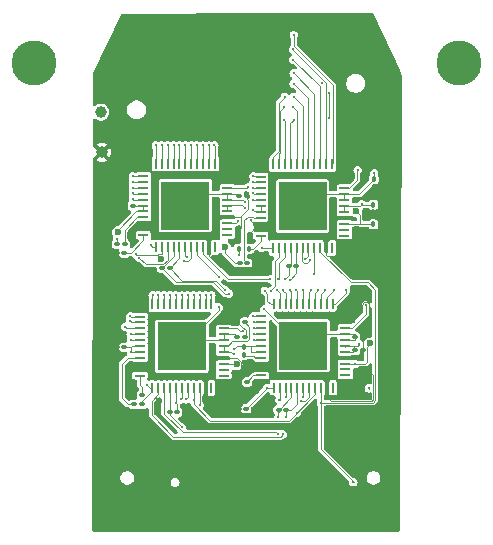
<source format=gbr>
G04 #@! TF.GenerationSoftware,KiCad,Pcbnew,9.0.5*
G04 #@! TF.CreationDate,2025-10-24T14:39:16-07:00*
G04 #@! TF.ProjectId,iris-128b,69726973-2d31-4323-9862-2e6b69636164,rev?*
G04 #@! TF.SameCoordinates,Original*
G04 #@! TF.FileFunction,Copper,L8,Bot*
G04 #@! TF.FilePolarity,Positive*
%FSLAX46Y46*%
G04 Gerber Fmt 4.6, Leading zero omitted, Abs format (unit mm)*
G04 Created by KiCad (PCBNEW 9.0.5) date 2025-10-24 14:39:16*
%MOMM*%
%LPD*%
G01*
G04 APERTURE LIST*
G04 Aperture macros list*
%AMRoundRect*
0 Rectangle with rounded corners*
0 $1 Rounding radius*
0 $2 $3 $4 $5 $6 $7 $8 $9 X,Y pos of 4 corners*
0 Add a 4 corners polygon primitive as box body*
4,1,4,$2,$3,$4,$5,$6,$7,$8,$9,$2,$3,0*
0 Add four circle primitives for the rounded corners*
1,1,$1+$1,$2,$3*
1,1,$1+$1,$4,$5*
1,1,$1+$1,$6,$7*
1,1,$1+$1,$8,$9*
0 Add four rect primitives between the rounded corners*
20,1,$1+$1,$2,$3,$4,$5,0*
20,1,$1+$1,$4,$5,$6,$7,0*
20,1,$1+$1,$6,$7,$8,$9,0*
20,1,$1+$1,$8,$9,$2,$3,0*%
G04 Aperture macros list end*
G04 #@! TA.AperFunction,ComponentPad*
%ADD10C,3.800000*%
G04 #@! TD*
G04 #@! TA.AperFunction,ComponentPad*
%ADD11C,1.000000*%
G04 #@! TD*
G04 #@! TA.AperFunction,SMDPad,CuDef*
%ADD12RoundRect,0.100000X0.130000X0.100000X-0.130000X0.100000X-0.130000X-0.100000X0.130000X-0.100000X0*%
G04 #@! TD*
G04 #@! TA.AperFunction,SMDPad,CuDef*
%ADD13RoundRect,0.100000X0.100000X-0.130000X0.100000X0.130000X-0.100000X0.130000X-0.100000X-0.130000X0*%
G04 #@! TD*
G04 #@! TA.AperFunction,SMDPad,CuDef*
%ADD14RoundRect,0.100000X-0.100000X0.130000X-0.100000X-0.130000X0.100000X-0.130000X0.100000X0.130000X0*%
G04 #@! TD*
G04 #@! TA.AperFunction,SMDPad,CuDef*
%ADD15R,0.900000X0.250000*%
G04 #@! TD*
G04 #@! TA.AperFunction,SMDPad,CuDef*
%ADD16R,0.250000X0.900000*%
G04 #@! TD*
G04 #@! TA.AperFunction,SMDPad,CuDef*
%ADD17R,4.100000X4.100000*%
G04 #@! TD*
G04 #@! TA.AperFunction,SMDPad,CuDef*
%ADD18RoundRect,0.100000X-0.130000X-0.100000X0.130000X-0.100000X0.130000X0.100000X-0.130000X0.100000X0*%
G04 #@! TD*
G04 #@! TA.AperFunction,ViaPad*
%ADD19C,0.304800*%
G04 #@! TD*
G04 #@! TA.AperFunction,ViaPad*
%ADD20C,0.600000*%
G04 #@! TD*
G04 #@! TA.AperFunction,Conductor*
%ADD21C,0.076200*%
G04 #@! TD*
G04 #@! TA.AperFunction,Conductor*
%ADD22C,0.200000*%
G04 #@! TD*
G04 APERTURE END LIST*
D10*
X96650000Y-82485000D03*
D11*
X102380000Y-90030000D03*
X102334060Y-86647020D03*
D10*
X132650000Y-82485000D03*
D12*
X104300000Y-97808740D03*
X103660000Y-97808740D03*
X105770000Y-110570000D03*
X105130000Y-110570000D03*
X114670000Y-109470000D03*
X114030000Y-109470000D03*
D13*
X113950000Y-98195000D03*
X113950000Y-97555000D03*
D12*
X104995000Y-94575000D03*
X104355000Y-94575000D03*
D14*
X125375000Y-94480000D03*
X125375000Y-95120000D03*
D12*
X114595000Y-111750000D03*
X113955000Y-111750000D03*
D15*
X112998570Y-92043550D03*
X112998570Y-92543550D03*
X112998570Y-93043550D03*
X112998570Y-93543550D03*
X112998570Y-94043550D03*
X112998570Y-94543550D03*
X112998570Y-95043550D03*
X112998570Y-95543550D03*
X112998570Y-96043550D03*
X112998570Y-96543550D03*
X112998570Y-97043550D03*
D16*
X111948570Y-98093550D03*
X111448570Y-98093550D03*
X110948570Y-98093550D03*
X110448570Y-98093550D03*
X109948570Y-98093550D03*
X109448570Y-98093550D03*
X108948570Y-98093550D03*
X108448570Y-98093550D03*
X107948570Y-98093550D03*
X107448570Y-98093550D03*
X106948570Y-98093550D03*
D15*
X105898570Y-97043550D03*
X105898570Y-96543550D03*
X105898570Y-96043550D03*
X105898570Y-95543550D03*
X105898570Y-95043550D03*
X105898570Y-94543550D03*
X105898570Y-94043550D03*
X105898570Y-93543550D03*
X105898570Y-93043550D03*
X105898570Y-92543550D03*
X105898570Y-92043550D03*
D16*
X106948570Y-90993550D03*
X107448570Y-90993550D03*
X107948570Y-90993550D03*
X108448570Y-90993550D03*
X108948570Y-90993550D03*
X109448570Y-90993550D03*
X109948570Y-90993550D03*
X110448570Y-90993550D03*
X110948570Y-90993550D03*
X111448570Y-90993550D03*
X111948570Y-90993550D03*
D17*
X109448570Y-94543550D03*
D15*
X112708670Y-103946690D03*
X112708670Y-104446690D03*
X112708670Y-104946690D03*
X112708670Y-105446690D03*
X112708670Y-105946690D03*
X112708670Y-106446690D03*
X112708670Y-106946690D03*
X112708670Y-107446690D03*
X112708670Y-107946690D03*
X112708670Y-108446690D03*
X112708670Y-108946690D03*
D16*
X111658670Y-109996690D03*
X111158670Y-109996690D03*
X110658670Y-109996690D03*
X110158670Y-109996690D03*
X109658670Y-109996690D03*
X109158670Y-109996690D03*
X108658670Y-109996690D03*
X108158670Y-109996690D03*
X107658670Y-109996690D03*
X107158670Y-109996690D03*
X106658670Y-109996690D03*
D15*
X105608670Y-108946690D03*
X105608670Y-108446690D03*
X105608670Y-107946690D03*
X105608670Y-107446690D03*
X105608670Y-106946690D03*
X105608670Y-106446690D03*
X105608670Y-105946690D03*
X105608670Y-105446690D03*
X105608670Y-104946690D03*
X105608670Y-104446690D03*
X105608670Y-103946690D03*
D16*
X106658670Y-102896690D03*
X107158670Y-102896690D03*
X107658670Y-102896690D03*
X108158670Y-102896690D03*
X108658670Y-102896690D03*
X109158670Y-102896690D03*
X109658670Y-102896690D03*
X110158670Y-102896690D03*
X110658670Y-102896690D03*
X111158670Y-102896690D03*
X111658670Y-102896690D03*
D17*
X109158670Y-106446690D03*
D18*
X114005000Y-93700000D03*
X114645000Y-93700000D03*
D15*
X122920850Y-92088830D03*
X122920850Y-92588830D03*
X122920850Y-93088830D03*
X122920850Y-93588830D03*
X122920850Y-94088830D03*
X122920850Y-94588830D03*
X122920850Y-95088830D03*
X122920850Y-95588830D03*
X122920850Y-96088830D03*
X122920850Y-96588830D03*
X122920850Y-97088830D03*
D16*
X121870850Y-98138830D03*
X121370850Y-98138830D03*
X120870850Y-98138830D03*
X120370850Y-98138830D03*
X119870850Y-98138830D03*
X119370850Y-98138830D03*
X118870850Y-98138830D03*
X118370850Y-98138830D03*
X117870850Y-98138830D03*
X117370850Y-98138830D03*
X116870850Y-98138830D03*
D15*
X115820850Y-97088830D03*
X115820850Y-96588830D03*
X115820850Y-96088830D03*
X115820850Y-95588830D03*
X115820850Y-95088830D03*
X115820850Y-94588830D03*
X115820850Y-94088830D03*
X115820850Y-93588830D03*
X115820850Y-93088830D03*
X115820850Y-92588830D03*
X115820850Y-92088830D03*
D16*
X116870850Y-91038830D03*
X117370850Y-91038830D03*
X117870850Y-91038830D03*
X118370850Y-91038830D03*
X118870850Y-91038830D03*
X119370850Y-91038830D03*
X119870850Y-91038830D03*
X120370850Y-91038830D03*
X120870850Y-91038830D03*
X121370850Y-91038830D03*
X121870850Y-91038830D03*
D17*
X119370850Y-94588830D03*
D12*
X104270000Y-106550000D03*
X103630000Y-106550000D03*
D13*
X114450000Y-107170000D03*
X114450000Y-106530000D03*
D18*
X105120000Y-111380000D03*
X105760000Y-111380000D03*
D12*
X108770000Y-112050000D03*
X108130000Y-112050000D03*
X114673570Y-99443550D03*
X114033570Y-99443550D03*
D18*
X123830000Y-105675000D03*
X124470000Y-105675000D03*
D12*
X118845000Y-99650000D03*
X118205000Y-99650000D03*
X114470000Y-104425000D03*
X113830000Y-104425000D03*
D13*
X114850000Y-98220000D03*
X114850000Y-97580000D03*
D18*
X113830000Y-105650000D03*
X114470000Y-105650000D03*
D14*
X125375000Y-96130000D03*
X125375000Y-96770000D03*
D15*
X122981580Y-103925260D03*
X122981580Y-104425260D03*
X122981580Y-104925260D03*
X122981580Y-105425260D03*
X122981580Y-105925260D03*
X122981580Y-106425260D03*
X122981580Y-106925260D03*
X122981580Y-107425260D03*
X122981580Y-107925260D03*
X122981580Y-108425260D03*
X122981580Y-108925260D03*
D16*
X121931580Y-109975260D03*
X121431580Y-109975260D03*
X120931580Y-109975260D03*
X120431580Y-109975260D03*
X119931580Y-109975260D03*
X119431580Y-109975260D03*
X118931580Y-109975260D03*
X118431580Y-109975260D03*
X117931580Y-109975260D03*
X117431580Y-109975260D03*
X116931580Y-109975260D03*
D15*
X115881580Y-108925260D03*
X115881580Y-108425260D03*
X115881580Y-107925260D03*
X115881580Y-107425260D03*
X115881580Y-106925260D03*
X115881580Y-106425260D03*
X115881580Y-105925260D03*
X115881580Y-105425260D03*
X115881580Y-104925260D03*
X115881580Y-104425260D03*
X115881580Y-103925260D03*
D16*
X116931580Y-102875260D03*
X117431580Y-102875260D03*
X117931580Y-102875260D03*
X118431580Y-102875260D03*
X118931580Y-102875260D03*
X119431580Y-102875260D03*
X119931580Y-102875260D03*
X120431580Y-102875260D03*
X120931580Y-102875260D03*
X121431580Y-102875260D03*
X121931580Y-102875260D03*
D17*
X119431580Y-106425260D03*
D18*
X123830000Y-106800000D03*
X124470000Y-106800000D03*
D14*
X125425000Y-92305000D03*
X125425000Y-92945000D03*
D12*
X117979970Y-111856150D03*
X117339970Y-111856150D03*
X104295000Y-98558740D03*
X103655000Y-98558740D03*
X108108030Y-99832870D03*
X107468030Y-99832870D03*
D19*
X114287500Y-105193306D03*
D20*
X114575000Y-121225000D03*
X105920000Y-91170000D03*
D19*
X114975000Y-95750000D03*
D20*
X126325000Y-116650000D03*
X113627646Y-108979260D03*
X104479560Y-116644300D03*
X114925000Y-91325000D03*
X114950000Y-108510000D03*
X124960000Y-108530000D03*
D19*
X114042120Y-96500000D03*
D20*
X104575000Y-80425000D03*
X112660000Y-110570000D03*
X103400000Y-93150000D03*
X124000000Y-96500000D03*
X104560000Y-108530000D03*
X104680000Y-115660000D03*
X115740000Y-99090000D03*
X105900000Y-84975000D03*
X105675000Y-103300000D03*
X114575000Y-102050000D03*
X116794300Y-110913030D03*
X127025000Y-94025000D03*
X113020000Y-103420000D03*
X107240000Y-111110000D03*
X124450000Y-85300000D03*
X107362751Y-99079640D03*
X114925000Y-79200000D03*
X115410000Y-110290000D03*
X124375000Y-100500000D03*
D19*
X123800000Y-95600000D03*
X105000000Y-96600000D03*
X123800000Y-107400000D03*
X124400000Y-103300000D03*
D20*
X125071000Y-106225000D03*
X113785700Y-107992955D03*
D19*
X113525000Y-106690000D03*
D20*
X103710000Y-96790000D03*
X123898570Y-95043550D03*
X112795700Y-98060000D03*
D19*
X104875000Y-106950000D03*
X115903300Y-98138830D03*
X106540000Y-97850000D03*
X115210568Y-94897408D03*
X124980000Y-110020000D03*
X113880000Y-95878740D03*
X123850000Y-107960000D03*
X116360000Y-109985000D03*
X106200000Y-109730000D03*
X103680000Y-97358740D03*
X114471643Y-94728599D03*
X124400000Y-94450000D03*
X113526700Y-107150000D03*
X124175000Y-106300000D03*
X114025000Y-98700000D03*
X112259974Y-103175000D03*
X116130000Y-103320000D03*
X114488596Y-94226850D03*
X125441083Y-91808917D03*
X119986629Y-99136631D03*
X119407432Y-110754160D03*
X109550000Y-98900000D03*
X109050000Y-110950000D03*
X109300000Y-99227240D03*
X109500000Y-110950000D03*
X119586414Y-99113586D03*
X119200000Y-111100000D03*
X118878861Y-112090164D03*
X112300000Y-100600000D03*
X120350000Y-100300000D03*
X110150000Y-111000000D03*
X121100000Y-80100000D03*
X121600000Y-87150000D03*
X121625000Y-85050000D03*
X121010680Y-82209640D03*
X121000000Y-84200000D03*
X114751104Y-92983304D03*
X124030588Y-91543960D03*
X124725000Y-103000000D03*
X112791485Y-101658515D03*
X113150000Y-102025000D03*
X105269338Y-98669604D03*
X107948570Y-89443550D03*
X111898570Y-89443550D03*
X108948570Y-89443550D03*
X118300000Y-100825000D03*
X104998570Y-92543550D03*
X104998570Y-93043550D03*
X107448570Y-89443550D03*
X109948570Y-89443550D03*
X110948570Y-89443550D03*
X104999185Y-93495760D03*
X117848130Y-100800000D03*
X109150000Y-113300000D03*
X106948570Y-89443550D03*
X111448570Y-89443550D03*
X105000000Y-94000000D03*
X109448570Y-89443550D03*
X108650000Y-111250000D03*
X108448570Y-89443550D03*
X110398570Y-89443550D03*
X104998570Y-92043550D03*
X105550000Y-98968740D03*
X117796604Y-87301297D03*
X115175000Y-92050000D03*
X115175000Y-93475000D03*
X118608856Y-84215224D03*
X118625000Y-80100000D03*
X115200000Y-92543550D03*
X115150000Y-93040000D03*
X118604151Y-85345851D03*
X117852629Y-85341700D03*
X116680000Y-101770000D03*
X118600000Y-86200000D03*
X118562500Y-81314672D03*
X115200000Y-94043550D03*
X118600000Y-82200000D03*
X118645432Y-87293704D03*
X118622064Y-83366356D03*
X117990000Y-112480000D03*
X117330456Y-100805456D03*
X117805200Y-86210140D03*
X117330000Y-112480000D03*
X106670000Y-102130000D03*
X107640000Y-102110000D03*
X107140000Y-102130000D03*
X104361414Y-104813586D03*
X117677300Y-113926800D03*
X104780000Y-104325000D03*
X111160000Y-102140000D03*
X111660000Y-102160000D03*
X110160000Y-102130000D03*
X104820000Y-105430000D03*
X108150000Y-102110000D03*
X117267200Y-113858300D03*
X109640000Y-102140000D03*
X108640000Y-102120000D03*
X104840000Y-105920000D03*
X104780000Y-103920000D03*
X109150000Y-102130000D03*
X110650000Y-102140000D03*
X116170000Y-101770000D03*
X119450000Y-101700000D03*
X123070000Y-101700000D03*
X117400000Y-111000000D03*
X117725000Y-101700000D03*
X121297171Y-101697171D03*
X115225000Y-105425260D03*
X118277500Y-101697500D03*
X115250000Y-104925260D03*
X118850000Y-101680000D03*
X115225000Y-105925260D03*
X120650000Y-101700000D03*
X115225000Y-104425260D03*
X122062500Y-101687500D03*
X120077500Y-101702500D03*
X117940000Y-110720000D03*
X115200000Y-103925260D03*
X117203328Y-101696672D03*
X110650000Y-111450000D03*
X116615784Y-100765784D03*
X123677300Y-117975000D03*
X120925000Y-111275000D03*
D21*
X114751104Y-92983304D02*
X114690858Y-93043550D01*
X114287500Y-105193306D02*
X114094994Y-105193306D01*
X114094994Y-105193306D02*
X113848378Y-104946690D01*
X113848378Y-104946690D02*
X112708670Y-104946690D01*
X122920850Y-93088830D02*
X123336170Y-93088830D01*
X121625000Y-87125000D02*
X121600000Y-87150000D01*
X113020000Y-103420000D02*
X112708670Y-103791330D01*
X122898980Y-91603130D02*
X122920850Y-91625000D01*
X114575000Y-105495000D02*
X114470000Y-105600000D01*
X105898570Y-96043550D02*
X105898570Y-96543550D01*
X115820850Y-96088830D02*
X115820850Y-96588830D01*
X123174740Y-107425260D02*
X123200000Y-107400000D01*
X114755296Y-94116379D02*
X114755296Y-94850784D01*
X125220018Y-111075340D02*
X125350000Y-110945358D01*
X114975000Y-95750000D02*
X114975000Y-95825000D01*
X114146700Y-95459380D02*
X114146700Y-96395420D01*
X123700000Y-104400000D02*
X123700000Y-103925260D01*
X115044740Y-108425260D02*
X115020000Y-108450000D01*
X114200000Y-107800000D02*
X114200000Y-108406906D01*
X114975000Y-95825000D02*
X115238830Y-96088830D01*
X121370850Y-98770850D02*
X121400000Y-98800000D01*
X113550000Y-91325000D02*
X112998570Y-91876430D01*
X114128150Y-95543550D02*
X114146700Y-95525000D01*
X104480000Y-108450000D02*
X104560000Y-108530000D01*
X104480000Y-108446690D02*
X105608670Y-108446690D01*
X112998570Y-92043550D02*
X112998570Y-92543550D01*
X124470000Y-107080000D02*
X124470000Y-106800000D01*
X114205000Y-104800000D02*
X114271365Y-104800000D01*
X114645000Y-94006083D02*
X114755296Y-94116379D01*
X124150000Y-107400000D02*
X124470000Y-107080000D01*
X122920850Y-92088830D02*
X122920850Y-91625000D01*
X104703310Y-107946690D02*
X104560000Y-108090000D01*
X105898570Y-96543550D02*
X105056450Y-96543550D01*
X115881580Y-108425260D02*
X115044740Y-108425260D01*
X104480000Y-108610000D02*
X104480000Y-109920000D01*
X104560000Y-108530000D02*
X104480000Y-108610000D01*
X121370850Y-98138830D02*
X121370850Y-98770850D01*
X104480000Y-108446690D02*
X104480000Y-108450000D01*
X124400000Y-103300000D02*
X123774740Y-103925260D01*
X114755296Y-94850784D02*
X114146700Y-95459380D01*
X121431580Y-110706580D02*
X121800340Y-111075340D01*
X114850000Y-96950000D02*
X115211170Y-96588830D01*
X123700000Y-103925260D02*
X122981580Y-103925260D01*
X114645000Y-93700000D02*
X114645000Y-94006083D01*
X114950000Y-108550000D02*
X114950000Y-108510000D01*
X114030000Y-109470000D02*
X114950000Y-108550000D01*
X111448570Y-98848570D02*
X112357850Y-99757850D01*
X114200000Y-108406906D02*
X113627646Y-108979260D01*
X115881580Y-107925260D02*
X115881580Y-108425260D01*
X115238830Y-96088830D02*
X115820850Y-96088830D01*
X113830000Y-104425000D02*
X114205000Y-104800000D01*
X114575000Y-105103635D02*
X114575000Y-105495000D01*
X122920850Y-92088830D02*
X122920850Y-92588830D01*
X115072150Y-99757850D02*
X115740000Y-99090000D01*
X112998570Y-95543550D02*
X114128150Y-95543550D01*
X125350000Y-108920000D02*
X124960000Y-108530000D01*
X121431580Y-109975260D02*
X121431580Y-110706580D01*
X125350000Y-110945358D02*
X125350000Y-108920000D01*
X105608670Y-107946690D02*
X104703310Y-107946690D01*
X111230000Y-110660000D02*
X112570000Y-110660000D01*
X121400000Y-98800000D02*
X122140000Y-98800000D01*
X124150000Y-107400000D02*
X123800000Y-107400000D01*
X112998570Y-91876430D02*
X112998570Y-92043550D01*
X124400000Y-102947829D02*
X124614529Y-102733300D01*
X124991700Y-105153300D02*
X124470000Y-105675000D01*
X112708670Y-103946690D02*
X112708670Y-104446690D01*
X123674740Y-104425260D02*
X123700000Y-104400000D01*
X104560000Y-108090000D02*
X104560000Y-108530000D01*
X124470000Y-105675000D02*
X124470000Y-106800000D01*
X124883300Y-102733300D02*
X124991700Y-102841700D01*
X124000000Y-96940000D02*
X124000000Y-96500000D01*
X121800340Y-111075340D02*
X125220018Y-111075340D01*
X115211170Y-96588830D02*
X115820850Y-96588830D01*
X112357850Y-99757850D02*
X115072150Y-99757850D01*
X114850000Y-97580000D02*
X114850000Y-96950000D01*
X123200000Y-107400000D02*
X123800000Y-107400000D01*
X123788830Y-95588830D02*
X123800000Y-95600000D01*
X114990000Y-108510000D02*
X115020000Y-108480000D01*
X111448570Y-98093550D02*
X111448570Y-98848570D01*
X122920850Y-95588830D02*
X123788830Y-95588830D01*
X122981580Y-104425260D02*
X123674740Y-104425260D01*
X124991700Y-102841700D02*
X124991700Y-105153300D01*
X112730360Y-104425000D02*
X112708670Y-104446690D01*
X124400000Y-103300000D02*
X124400000Y-102947829D01*
X111158670Y-110588670D02*
X111230000Y-110660000D01*
X114271365Y-104800000D02*
X114575000Y-105103635D01*
X104480000Y-109920000D02*
X105130000Y-110570000D01*
X113846690Y-107446690D02*
X114200000Y-107800000D01*
X123774740Y-103925260D02*
X123700000Y-103925260D01*
X105056450Y-96543550D02*
X105000000Y-96600000D01*
X111158670Y-109996690D02*
X111158670Y-110588670D01*
X112570000Y-110660000D02*
X112660000Y-110570000D01*
X122981580Y-107425260D02*
X123174740Y-107425260D01*
X122140000Y-98800000D02*
X124000000Y-96940000D01*
X113830000Y-104425000D02*
X112730360Y-104425000D01*
X114146700Y-96395420D02*
X114042120Y-96500000D01*
X112708670Y-107446690D02*
X113846690Y-107446690D01*
X115020000Y-108480000D02*
X115020000Y-108450000D01*
X114925000Y-91325000D02*
X113550000Y-91325000D01*
X112708670Y-103791330D02*
X112708670Y-103946690D01*
X124614529Y-102733300D02*
X124883300Y-102733300D01*
X114950000Y-108510000D02*
X114990000Y-108510000D01*
X113794740Y-106425260D02*
X114450000Y-106425260D01*
X105026450Y-94543550D02*
X104995000Y-94575000D01*
X105898570Y-95043550D02*
X105898570Y-94543550D01*
X105898570Y-94543550D02*
X105026450Y-94543550D01*
X124200000Y-96088830D02*
X124200000Y-95344980D01*
X105608670Y-106946690D02*
X104878310Y-106946690D01*
X113540000Y-106680000D02*
X113794740Y-106425260D01*
X105760000Y-111120000D02*
X105760000Y-111380000D01*
X106658670Y-109996690D02*
X106466690Y-109996690D01*
X115881580Y-106925260D02*
X115000260Y-106925260D01*
X124814300Y-106481700D02*
X124814300Y-107785700D01*
X123714300Y-96085700D02*
X123711170Y-96088830D01*
X124674740Y-107925260D02*
X122981580Y-107925260D01*
X103710000Y-96790000D02*
X103710000Y-96640000D01*
X125330700Y-96085700D02*
X123714300Y-96085700D01*
X112795700Y-98595700D02*
X113643550Y-99443550D01*
X104875000Y-106950000D02*
X104875000Y-106525000D01*
X106658670Y-109996690D02*
X106658670Y-110221330D01*
X103660000Y-97808740D02*
X103660000Y-97378740D01*
X106658670Y-110221330D02*
X105760000Y-111120000D01*
X104878310Y-106946690D02*
X104875000Y-106950000D01*
X113739435Y-107946690D02*
X112708670Y-107946690D01*
X122920850Y-96088830D02*
X123711170Y-96088830D01*
X124200000Y-95344980D02*
X123898570Y-95043550D01*
X122981580Y-107925260D02*
X123815260Y-107925260D01*
X114975000Y-106900000D02*
X114975000Y-106425000D01*
X114450260Y-106425000D02*
X115881320Y-106425000D01*
X115820850Y-95088830D02*
X115401990Y-95088830D01*
X116369740Y-109975260D02*
X116931580Y-109975260D01*
X105306450Y-95043550D02*
X105898570Y-95043550D01*
X113643550Y-99443550D02*
X114033570Y-99443550D01*
X103710000Y-96640000D02*
X105306450Y-95043550D01*
X115401990Y-95088830D02*
X115210568Y-94897408D01*
X104850000Y-106550000D02*
X104875000Y-106525000D01*
X115820850Y-94588830D02*
X115820850Y-95088830D01*
X125071000Y-106225000D02*
X124814300Y-106481700D01*
X124814300Y-107785700D02*
X124674740Y-107925260D01*
X115000260Y-106925260D02*
X114975000Y-106900000D01*
X125375000Y-96130000D02*
X125330700Y-96085700D01*
X124174739Y-96088830D02*
X124200000Y-96088830D01*
X113715190Y-96043550D02*
X113880000Y-95878740D01*
X106540000Y-97940000D02*
X106693550Y-98093550D01*
X112795700Y-98060000D02*
X112795700Y-98595700D01*
X114450000Y-106425260D02*
X114450260Y-106425000D01*
X124171609Y-96085700D02*
X124174739Y-96088830D01*
X116360000Y-109985000D02*
X114595000Y-111750000D01*
X112998570Y-96043550D02*
X113715190Y-96043550D01*
X123711170Y-96088830D02*
X123825261Y-96088830D01*
X106466690Y-109996690D02*
X106200000Y-109730000D01*
X106693550Y-98093550D02*
X106948570Y-98093550D01*
X115903300Y-98138830D02*
X116870850Y-98138830D01*
X103660000Y-97378740D02*
X103680000Y-97358740D01*
X123815260Y-107925260D02*
X123850000Y-107960000D01*
X116360000Y-109985000D02*
X116369740Y-109975260D01*
X104270000Y-106550000D02*
X104850000Y-106550000D01*
X104875000Y-106525000D02*
X104953310Y-106446690D01*
X106540000Y-97850000D02*
X106540000Y-97940000D01*
X115881320Y-106425000D02*
X115881580Y-106425260D01*
X114450000Y-106680000D02*
X114450000Y-106425260D01*
X123825261Y-96088830D02*
X123828391Y-96085700D01*
X124998480Y-110038480D02*
X124980000Y-110020000D01*
X104953310Y-106446690D02*
X105608670Y-106446690D01*
X123828391Y-96085700D02*
X124171609Y-96085700D01*
X113785700Y-107992955D02*
X113739435Y-107946690D01*
X114675000Y-106050000D02*
X114875000Y-105850000D01*
X112998570Y-95043550D02*
X112998570Y-94543550D01*
X123624740Y-106925260D02*
X122981580Y-106925260D01*
X114875000Y-104830000D02*
X114470000Y-104425000D01*
X113950000Y-98195000D02*
X113950000Y-98625000D01*
X124430000Y-94480000D02*
X125375000Y-94480000D01*
X123750000Y-106425260D02*
X123750000Y-106800000D01*
X122920850Y-94588830D02*
X122920850Y-95088830D01*
X114875000Y-105850000D02*
X114875000Y-104830000D01*
X124261170Y-94588830D02*
X122920850Y-94588830D01*
X124049740Y-106425260D02*
X123750000Y-106425260D01*
X113975000Y-98650000D02*
X114025000Y-98700000D01*
X122981580Y-106425260D02*
X123750000Y-106425260D01*
X113033670Y-106446690D02*
X113430360Y-106050000D01*
X124400000Y-94450000D02*
X124430000Y-94480000D01*
X124400000Y-94450000D02*
X124261170Y-94588830D01*
X123750000Y-106800000D02*
X123624740Y-106925260D01*
X112708670Y-106446690D02*
X113033670Y-106446690D01*
X113526700Y-107150000D02*
X113323390Y-106946690D01*
X114236594Y-94493550D02*
X113048570Y-94493550D01*
X113430360Y-106050000D02*
X114675000Y-106050000D01*
X114471643Y-94728599D02*
X114236594Y-94493550D01*
X124175000Y-106300000D02*
X124049740Y-106425260D01*
X113950000Y-98625000D02*
X114025000Y-98700000D01*
X113323390Y-106946690D02*
X112708670Y-106946690D01*
X112708670Y-106946690D02*
X112708670Y-106446690D01*
X113048570Y-94493550D02*
X112998570Y-94543550D01*
X122981580Y-106481580D02*
X122981580Y-106425260D01*
X112998570Y-93543550D02*
X110448570Y-93543550D01*
X122920850Y-93588830D02*
X120370850Y-93588830D01*
X123774740Y-105925260D02*
X122981580Y-105925260D01*
X123775000Y-105425000D02*
X123775000Y-105925000D01*
D22*
X109158670Y-106446690D02*
X109243310Y-106446690D01*
D21*
X125441083Y-92308917D02*
X124161170Y-93588830D01*
D22*
X109658670Y-105946690D02*
X109158670Y-106446690D01*
D21*
X112708670Y-105446690D02*
X112708670Y-105946690D01*
X113626690Y-105446690D02*
X113830000Y-105650000D01*
X122981580Y-105425260D02*
X123774740Y-105425260D01*
D22*
X120431580Y-105425260D02*
X119431580Y-106425260D01*
D21*
X112708670Y-105446690D02*
X113626690Y-105446690D01*
X114005000Y-93700000D02*
X113855000Y-93550000D01*
X120370850Y-93588830D02*
X119370850Y-94588830D01*
D22*
X119431580Y-106425260D02*
X119255260Y-106425260D01*
D21*
X112708670Y-105946690D02*
X109658670Y-105946690D01*
X125441083Y-91808917D02*
X125441083Y-92308917D01*
X113005020Y-93550000D02*
X112998570Y-93543550D01*
X112259974Y-103175000D02*
X112259974Y-103430026D01*
X113855000Y-93550000D02*
X113005020Y-93550000D01*
X124161170Y-93588830D02*
X122920850Y-93588830D01*
X114305296Y-94043550D02*
X112998570Y-94043550D01*
X123774740Y-105425260D02*
X123775000Y-105425000D01*
X112998570Y-94043550D02*
X112998570Y-93543550D01*
X113830000Y-105650000D02*
X113905000Y-105650000D01*
X119255260Y-106425260D02*
X116220000Y-103390000D01*
X122920850Y-93588830D02*
X122920850Y-94088830D01*
X122981580Y-105425260D02*
X120431580Y-105425260D01*
X112259974Y-103430026D02*
X109243310Y-106446690D01*
X114488596Y-94226850D02*
X114305296Y-94043550D01*
X123775000Y-105925000D02*
X123774740Y-105925260D01*
X105898570Y-97501430D02*
X105898570Y-97043550D01*
X104295000Y-98558740D02*
X104841260Y-98558740D01*
X104841260Y-98558740D02*
X105898570Y-97501430D01*
X115150000Y-98200000D02*
X114931260Y-98200000D01*
X115820850Y-97088830D02*
X115820850Y-97529150D01*
X114931260Y-98200000D02*
X114820000Y-98088740D01*
X115820850Y-97529150D02*
X115150000Y-98200000D01*
X105608670Y-109778670D02*
X105608670Y-108946690D01*
X105770000Y-109940000D02*
X105608670Y-109778670D01*
X105770000Y-110570000D02*
X105770000Y-109940000D01*
X115214740Y-108925260D02*
X114670000Y-109470000D01*
X115881580Y-108925260D02*
X115214740Y-108925260D01*
X109158670Y-109996690D02*
X109158670Y-110841330D01*
X109448570Y-98798570D02*
X109448570Y-98093550D01*
X119319714Y-98189966D02*
X119370850Y-98138830D01*
X119431580Y-110730012D02*
X119431580Y-109975260D01*
X109550000Y-98900000D02*
X109448570Y-98798570D01*
X119319714Y-99224057D02*
X119319714Y-98189966D01*
X119769714Y-99380286D02*
X119475943Y-99380286D01*
X119986629Y-99163371D02*
X119769714Y-99380286D01*
X119475943Y-99380286D02*
X119319714Y-99224057D01*
X119407432Y-110754160D02*
X119431580Y-110730012D01*
X109500000Y-110950000D02*
X109658670Y-110791330D01*
X119586414Y-99113586D02*
X119870850Y-98829150D01*
X109658670Y-110791330D02*
X109658670Y-109996690D01*
X119931580Y-110718420D02*
X119931580Y-109975260D01*
X109672760Y-99227240D02*
X109948570Y-98951430D01*
X109300000Y-99227240D02*
X109672760Y-99227240D01*
X119870850Y-98829150D02*
X119870850Y-98138830D01*
X109948570Y-98951430D02*
X109948570Y-98093550D01*
X119200000Y-111100000D02*
X119550000Y-111100000D01*
X119550000Y-111100000D02*
X119931580Y-110718420D01*
X120370850Y-100279150D02*
X120350000Y-100300000D01*
X111569529Y-112746700D02*
X118222325Y-112746700D01*
X110158670Y-109996690D02*
X110158670Y-110991330D01*
X110158670Y-110991330D02*
X110150000Y-111000000D01*
X110150000Y-111327171D02*
X111569529Y-112746700D01*
X110448570Y-98748570D02*
X110448570Y-98093550D01*
X112300000Y-100600000D02*
X110448570Y-98748570D01*
X110150000Y-111000000D02*
X110150000Y-111327171D01*
X120370850Y-98138830D02*
X120370850Y-100279150D01*
X118222325Y-112746700D02*
X120431580Y-110537445D01*
X120431580Y-110537445D02*
X120431580Y-109975260D01*
X123336170Y-93088830D02*
X124010000Y-92415000D01*
X124725000Y-103000000D02*
X124725000Y-103725000D01*
X124010000Y-92415000D02*
X124010000Y-91538740D01*
X121625000Y-85050000D02*
X121625000Y-87125000D01*
X123524740Y-104925260D02*
X122981580Y-104925260D01*
X114690858Y-93043550D02*
X112998570Y-93043550D01*
X124725000Y-103725000D02*
X123524740Y-104925260D01*
X112791485Y-101658515D02*
X112032970Y-100900000D01*
X108948570Y-98992330D02*
X108948570Y-98093550D01*
X112032970Y-100900000D02*
X109175160Y-100900000D01*
X109175160Y-100900000D02*
X108108030Y-99832870D01*
X108108030Y-99832870D02*
X108948570Y-98992330D01*
X112780799Y-102025000D02*
X111808199Y-101052400D01*
X108687560Y-101052400D02*
X107468030Y-99832870D01*
X108448570Y-98852330D02*
X108448570Y-98093550D01*
X107468030Y-99832870D02*
X108448570Y-98852330D01*
X111808199Y-101052400D02*
X108687560Y-101052400D01*
X113150000Y-102025000D02*
X112780799Y-102025000D01*
X107081482Y-98775000D02*
X105733431Y-98775000D01*
X107448570Y-98093550D02*
X107448570Y-98621430D01*
X107191142Y-98665340D02*
X107081482Y-98775000D01*
X105301774Y-98702040D02*
X105269338Y-98669604D01*
X105733431Y-98775000D02*
X105660471Y-98702040D01*
X107448570Y-98621430D02*
X107404660Y-98665340D01*
X105660471Y-98702040D02*
X105301774Y-98702040D01*
X107404660Y-98665340D02*
X107191142Y-98665340D01*
X107948570Y-90993550D02*
X107948570Y-89443550D01*
X111948570Y-89493550D02*
X111898570Y-89443550D01*
X111948570Y-90993550D02*
X111948570Y-89493550D01*
X108948570Y-90993550D02*
X108948570Y-89443550D01*
X118845000Y-100280000D02*
X118300000Y-100825000D01*
X118870850Y-98138830D02*
X118845000Y-98164680D01*
X118845000Y-98164680D02*
X118845000Y-100280000D01*
X105848570Y-92543550D02*
X104998570Y-92543550D01*
X105898570Y-92543550D02*
X105848570Y-92543550D01*
X105898570Y-93043550D02*
X104998570Y-93043550D01*
X107448570Y-90993550D02*
X107448570Y-89443550D01*
X109948570Y-90993550D02*
X109948570Y-89443550D01*
X110948570Y-90993550D02*
X110948570Y-89443550D01*
X105046975Y-93543550D02*
X104999185Y-93495760D01*
X105898570Y-93543550D02*
X105046975Y-93543550D01*
X118205000Y-100443130D02*
X117848130Y-100800000D01*
X118370850Y-98138830D02*
X118370850Y-99654150D01*
X118205000Y-99650000D02*
X118205000Y-100443130D01*
X108158670Y-112021330D02*
X108130000Y-112050000D01*
X108130000Y-112280000D02*
X108130000Y-112050000D01*
X109150000Y-113300000D02*
X108130000Y-112280000D01*
X108158670Y-109996690D02*
X108158670Y-112021330D01*
X106948570Y-90993550D02*
X106948570Y-89443550D01*
X111448570Y-90993550D02*
X111448570Y-89443550D01*
X105043550Y-94043550D02*
X105898570Y-94043550D01*
X105000000Y-94000000D02*
X105043550Y-94043550D01*
X109448570Y-90993550D02*
X109448570Y-89443550D01*
X108770000Y-111370000D02*
X108770000Y-112050000D01*
X108650000Y-111250000D02*
X108770000Y-111370000D01*
X108650000Y-111250000D02*
X108658670Y-111241330D01*
X108658670Y-111241330D02*
X108658670Y-109996690D01*
X108448570Y-90993550D02*
X108448570Y-89443550D01*
X110398570Y-90943550D02*
X110398570Y-89443550D01*
X110448570Y-90993550D02*
X110398570Y-90943550D01*
X105898570Y-92043550D02*
X104998570Y-92043550D01*
X106099830Y-99518570D02*
X105550000Y-98968740D01*
X107948570Y-98093550D02*
X107948570Y-99136804D01*
X107566804Y-99518570D02*
X106099830Y-99518570D01*
X107948570Y-99136804D02*
X107566804Y-99518570D01*
X117870850Y-91021270D02*
X117848570Y-91043550D01*
X117870850Y-87375543D02*
X117870850Y-91021270D01*
X117796604Y-87301297D02*
X117870850Y-87375543D01*
X115648570Y-92043550D02*
X115181450Y-92043550D01*
X115181450Y-92043550D02*
X115175000Y-92050000D01*
X115175000Y-93475000D02*
X115243550Y-93543550D01*
X115243550Y-93543550D02*
X115648570Y-93543550D01*
X118608856Y-84215224D02*
X119848570Y-85454938D01*
X119848570Y-85454938D02*
X119848570Y-91043550D01*
X121975000Y-90917120D02*
X121848570Y-91043550D01*
X118625000Y-80100000D02*
X118625000Y-81000000D01*
X121975000Y-84350000D02*
X121975000Y-90917120D01*
X118625000Y-81000000D02*
X121975000Y-84350000D01*
X115200000Y-92543550D02*
X115648570Y-92543550D01*
X115150000Y-93040000D02*
X115153550Y-93043550D01*
X115153550Y-93043550D02*
X115648570Y-93043550D01*
X118604151Y-85345851D02*
X119400000Y-86141700D01*
X119400000Y-86141700D02*
X119400000Y-90992120D01*
X119400000Y-90992120D02*
X119348570Y-91043550D01*
X117347600Y-85846729D02*
X117347600Y-89952400D01*
X116848570Y-90451430D02*
X116848570Y-91043550D01*
X117347600Y-89952400D02*
X116848570Y-90451430D01*
X117852629Y-85341700D02*
X117347600Y-85846729D01*
X116630000Y-101800000D02*
X117050000Y-101380000D01*
X117370850Y-98929150D02*
X117370850Y-98138830D01*
X117050000Y-99250000D02*
X117370850Y-98929150D01*
X117050000Y-101380000D02*
X117050000Y-99250000D01*
X118600000Y-86200000D02*
X118916700Y-86516700D01*
X118916700Y-86516700D02*
X118916700Y-90975420D01*
X118916700Y-90975420D02*
X118848570Y-91043550D01*
X121333300Y-87260471D02*
X121370850Y-87298021D01*
X121370850Y-84170850D02*
X121333300Y-84208400D01*
X121370850Y-91021270D02*
X121348570Y-91043550D01*
X118562500Y-81314672D02*
X118562500Y-81362500D01*
X118562500Y-81362500D02*
X121370850Y-84170850D01*
X121370850Y-87298021D02*
X121370850Y-91021270D01*
X121333300Y-84208400D02*
X121333300Y-87260471D01*
X115200000Y-94043550D02*
X115648570Y-94043550D01*
X118600000Y-82200000D02*
X120848570Y-84448570D01*
X120848570Y-84448570D02*
X120848570Y-91043550D01*
X118645432Y-87293704D02*
X118348570Y-87590566D01*
X118348570Y-87590566D02*
X118348570Y-91043550D01*
X118622064Y-83366356D02*
X120348570Y-85092862D01*
X120348570Y-85092862D02*
X120348570Y-91043550D01*
X118931580Y-111318420D02*
X118393850Y-111856150D01*
X118393850Y-111856150D02*
X117979970Y-111856150D01*
X117979970Y-112469970D02*
X117979970Y-111856150D01*
X117990000Y-112480000D02*
X117979970Y-112469970D01*
X118931580Y-109975260D02*
X118931580Y-111318420D01*
X117350000Y-100785912D02*
X117350000Y-99425000D01*
X117330456Y-100805456D02*
X117350000Y-100785912D01*
X117870850Y-98904150D02*
X117870850Y-98138830D01*
X117350000Y-99425000D02*
X117870850Y-98904150D01*
X117805200Y-86210140D02*
X117500000Y-86515340D01*
X117350000Y-90165526D02*
X117350000Y-91042120D01*
X117350000Y-91042120D02*
X117348570Y-91043550D01*
X117500000Y-86515340D02*
X117500000Y-90015526D01*
X117500000Y-90015526D02*
X117350000Y-90165526D01*
X117339970Y-112029970D02*
X117339970Y-111856150D01*
X117330000Y-112480000D02*
X117330000Y-112039940D01*
X118431580Y-109975260D02*
X118431580Y-110764540D01*
X117330000Y-112039940D02*
X117339970Y-112029970D01*
X118431580Y-110764540D02*
X117339970Y-111856150D01*
X106658670Y-102896690D02*
X106658670Y-102141330D01*
X106658670Y-102141330D02*
X106670000Y-102130000D01*
X107658670Y-102128670D02*
X107640000Y-102110000D01*
X107658670Y-102896690D02*
X107658670Y-102128670D01*
X107158670Y-102148670D02*
X107140000Y-102130000D01*
X107158670Y-102896690D02*
X107158670Y-102148670D01*
X105608670Y-104946690D02*
X104494518Y-104946690D01*
X104494518Y-104946690D02*
X104361414Y-104813586D01*
X107158670Y-109996690D02*
X107158670Y-110481330D01*
X117535000Y-114125000D02*
X117650000Y-114010000D01*
X107158670Y-110481330D02*
X106584080Y-111055920D01*
X108414642Y-114125000D02*
X117535000Y-114125000D01*
X106584080Y-111055920D02*
X106584080Y-112294438D01*
X106584080Y-112294438D02*
X108414642Y-114125000D01*
X104780000Y-104325000D02*
X104901690Y-104446690D01*
X104901690Y-104446690D02*
X105608670Y-104446690D01*
X111158670Y-102896690D02*
X111158670Y-102141330D01*
X111158670Y-102141330D02*
X111160000Y-102140000D01*
X111658670Y-102896690D02*
X111658670Y-102161330D01*
X111658670Y-102161330D02*
X111660000Y-102160000D01*
X110158670Y-102131330D02*
X110160000Y-102130000D01*
X110158670Y-102896690D02*
X110158670Y-102131330D01*
X104836690Y-105446690D02*
X104820000Y-105430000D01*
X105608670Y-105446690D02*
X104836690Y-105446690D01*
X108158670Y-102896690D02*
X108158670Y-102118670D01*
X108158670Y-102118670D02*
X108150000Y-102110000D01*
X117158900Y-113750000D02*
X109222829Y-113750000D01*
X117267200Y-113858300D02*
X117158900Y-113750000D01*
X109222829Y-113750000D02*
X107658670Y-112185841D01*
X107658670Y-112185841D02*
X107658670Y-109996690D01*
X109658670Y-102896690D02*
X109658670Y-102158670D01*
X109658670Y-102158670D02*
X109640000Y-102140000D01*
X108658670Y-102138670D02*
X108640000Y-102120000D01*
X108658670Y-102896690D02*
X108658670Y-102138670D01*
X104866690Y-105946690D02*
X104840000Y-105920000D01*
X105608670Y-105946690D02*
X104866690Y-105946690D01*
X104806690Y-103946690D02*
X105608670Y-103946690D01*
X104780000Y-103920000D02*
X104806690Y-103946690D01*
X109158670Y-102896690D02*
X109158670Y-102138670D01*
X109158670Y-102138670D02*
X109150000Y-102130000D01*
X110650000Y-102140000D02*
X110658670Y-102148670D01*
X110658670Y-102148670D02*
X110658670Y-102896690D01*
X116931580Y-102875260D02*
X116675260Y-102875260D01*
X116400000Y-102000000D02*
X116170000Y-101770000D01*
X116675260Y-102875260D02*
X116400000Y-102600000D01*
X116400000Y-102600000D02*
X116400000Y-102000000D01*
X119431580Y-101718420D02*
X119431580Y-102875260D01*
X119450000Y-101700000D02*
X119431580Y-101718420D01*
X122124740Y-102875260D02*
X121931580Y-102875260D01*
X123070000Y-101700000D02*
X123070000Y-101930000D01*
X123070000Y-101930000D02*
X122124740Y-102875260D01*
X117400000Y-111000000D02*
X117431580Y-110968420D01*
X117431580Y-110968420D02*
X117431580Y-109975260D01*
X117931580Y-101981580D02*
X117725000Y-101775000D01*
X117725000Y-101775000D02*
X117725000Y-101700000D01*
X117931580Y-102875260D02*
X117931580Y-101981580D01*
X121297171Y-101697171D02*
X120931580Y-102062762D01*
X120931580Y-102062762D02*
X120931580Y-102875260D01*
X115225000Y-105425260D02*
X115881580Y-105425260D01*
X118431580Y-101851580D02*
X118431580Y-102875260D01*
X118277500Y-101697500D02*
X118431580Y-101851580D01*
X115250000Y-104925260D02*
X115881580Y-104925260D01*
X118931580Y-101761580D02*
X118931580Y-102875260D01*
X118850000Y-101680000D02*
X118931580Y-101761580D01*
X115225000Y-105925260D02*
X115881580Y-105925260D01*
X120650000Y-101700000D02*
X120431580Y-101918420D01*
X120431580Y-101918420D02*
X120431580Y-102875260D01*
X105356211Y-95543550D02*
X104300000Y-96599761D01*
X104300000Y-96599761D02*
X104300000Y-97808740D01*
X105898570Y-95543550D02*
X105356211Y-95543550D01*
X114425000Y-99194980D02*
X114673570Y-99443550D01*
X115183300Y-95483300D02*
X114741700Y-95483300D01*
X115820850Y-95588830D02*
X115288830Y-95588830D01*
X114741700Y-95483300D02*
X114425000Y-95800000D01*
X114425000Y-95800000D02*
X114425000Y-99194980D01*
X115288830Y-95588830D02*
X115183300Y-95483300D01*
X104070000Y-107970000D02*
X104593310Y-107446690D01*
X104584162Y-111380000D02*
X104070000Y-110865838D01*
X105120000Y-111380000D02*
X104584162Y-111380000D01*
X104593310Y-107446690D02*
X105608670Y-107446690D01*
X104070000Y-110865838D02*
X104070000Y-107970000D01*
X114450000Y-107320000D02*
X115270000Y-107320000D01*
X115270000Y-107320000D02*
X115375260Y-107425260D01*
X115375260Y-107425260D02*
X115881580Y-107425260D01*
X115225000Y-104425260D02*
X115881580Y-104425260D01*
X122062500Y-101687500D02*
X121431580Y-102318420D01*
X121431580Y-102318420D02*
X121431580Y-102875260D01*
X119931580Y-101848420D02*
X119931580Y-102875260D01*
X120077500Y-101702500D02*
X119931580Y-101848420D01*
X117931580Y-109975260D02*
X117931580Y-110711580D01*
X117931580Y-110711580D02*
X117940000Y-110720000D01*
X115200000Y-103925260D02*
X115881580Y-103925260D01*
X117203328Y-101696672D02*
X117431580Y-101924924D01*
X117431580Y-101924924D02*
X117431580Y-102875260D01*
X116600000Y-100750000D02*
X116615784Y-100765784D01*
X123434474Y-101050000D02*
X120870850Y-98486376D01*
X124900000Y-101050000D02*
X123434474Y-101050000D01*
X120925000Y-115175000D02*
X123700000Y-117950000D01*
X110658670Y-109996690D02*
X110658670Y-111441330D01*
X120972260Y-111227740D02*
X125322260Y-111227740D01*
X110948570Y-98619750D02*
X113078820Y-100750000D01*
X120925000Y-111275000D02*
X120925000Y-115175000D01*
X125514300Y-111035700D02*
X125514300Y-101664300D01*
X125322260Y-111227740D02*
X125514300Y-111035700D01*
X125514300Y-101664300D02*
X124900000Y-101050000D01*
X120931580Y-111268420D02*
X120931580Y-109975260D01*
X110948570Y-98093550D02*
X110948570Y-98619750D01*
X113078820Y-100750000D02*
X116600000Y-100750000D01*
G04 #@! TA.AperFunction,Conductor*
G36*
X107375726Y-110815816D02*
G01*
X107414911Y-110883687D01*
X107420070Y-110922872D01*
X107420070Y-112233301D01*
X107456394Y-112320996D01*
X108763342Y-113627944D01*
X108802527Y-113695815D01*
X108802527Y-113774185D01*
X108763342Y-113842056D01*
X108695471Y-113881241D01*
X108656286Y-113886400D01*
X108576185Y-113886400D01*
X108500485Y-113866116D01*
X108469129Y-113842056D01*
X106867024Y-112239951D01*
X106827839Y-112172080D01*
X106822680Y-112132895D01*
X106822680Y-111217462D01*
X106842964Y-111141762D01*
X106867020Y-111110409D01*
X107161614Y-110815815D01*
X107229485Y-110776631D01*
X107307855Y-110776631D01*
X107375726Y-110815816D01*
G37*
G04 #@! TD.AperFunction*
G04 #@! TA.AperFunction,Conductor*
G36*
X125231356Y-103206832D02*
G01*
X125270541Y-103274703D01*
X125275700Y-103313888D01*
X125275700Y-105573100D01*
X125255416Y-105648800D01*
X125200000Y-105704216D01*
X125124300Y-105724500D01*
X124999035Y-105724500D01*
X124860950Y-105765044D01*
X124860949Y-105765045D01*
X124739872Y-105842856D01*
X124645624Y-105951625D01*
X124645621Y-105951629D01*
X124635906Y-105972901D01*
X124586006Y-106033332D01*
X124512576Y-106060717D01*
X124435291Y-106047718D01*
X124391134Y-106017058D01*
X124385014Y-106010938D01*
X124385015Y-106010938D01*
X124340306Y-105988158D01*
X124282066Y-105935717D01*
X124257848Y-105861183D01*
X124258650Y-105835813D01*
X124259007Y-105832731D01*
X124260500Y-105819865D01*
X124260499Y-105530136D01*
X124257585Y-105505009D01*
X124212206Y-105402235D01*
X124132765Y-105322794D01*
X124085540Y-105301942D01*
X124029992Y-105277415D01*
X124029986Y-105277414D01*
X124008644Y-105274938D01*
X123935785Y-105246066D01*
X123919035Y-105231603D01*
X123910157Y-105222725D01*
X123875222Y-105208254D01*
X123813047Y-105160544D01*
X123783057Y-105088139D01*
X123793287Y-105010439D01*
X123826101Y-104961329D01*
X124927275Y-103860156D01*
X124963600Y-103772460D01*
X124963600Y-103677540D01*
X124963600Y-103323188D01*
X124983884Y-103247488D01*
X125007944Y-103216132D01*
X125017244Y-103206832D01*
X125085115Y-103167647D01*
X125163485Y-103167647D01*
X125231356Y-103206832D01*
G37*
G04 #@! TD.AperFunction*
G04 #@! TA.AperFunction,Conductor*
G36*
X124814157Y-101308884D02*
G01*
X124845513Y-101332944D01*
X125231356Y-101718787D01*
X125270541Y-101786658D01*
X125275700Y-101825843D01*
X125275700Y-102686112D01*
X125255416Y-102761812D01*
X125200000Y-102817228D01*
X125124300Y-102837512D01*
X125048600Y-102817228D01*
X125017244Y-102793168D01*
X124935014Y-102710938D01*
X124835413Y-102660189D01*
X124835409Y-102660187D01*
X124725000Y-102642701D01*
X124614590Y-102660187D01*
X124614586Y-102660189D01*
X124514985Y-102710938D01*
X124435938Y-102789985D01*
X124385189Y-102889586D01*
X124385187Y-102889590D01*
X124367701Y-102999999D01*
X124367701Y-103000000D01*
X124385187Y-103110409D01*
X124385189Y-103110413D01*
X124435938Y-103210014D01*
X124442056Y-103216132D01*
X124481241Y-103284003D01*
X124486400Y-103323188D01*
X124486400Y-103563456D01*
X124466116Y-103639156D01*
X124442056Y-103670512D01*
X123557152Y-104555416D01*
X123489281Y-104594601D01*
X123450096Y-104599760D01*
X122511831Y-104599760D01*
X122453348Y-104611392D01*
X122453346Y-104611393D01*
X122387029Y-104655706D01*
X122387026Y-104655709D01*
X122342713Y-104722026D01*
X122342712Y-104722028D01*
X122331080Y-104780511D01*
X122331080Y-105035260D01*
X122310796Y-105110960D01*
X122255380Y-105166376D01*
X122179680Y-105186660D01*
X121833480Y-105186660D01*
X121757780Y-105166376D01*
X121702364Y-105110960D01*
X121682080Y-105035260D01*
X121682080Y-104355511D01*
X121670447Y-104297028D01*
X121670446Y-104297026D01*
X121626133Y-104230709D01*
X121626130Y-104230706D01*
X121559813Y-104186393D01*
X121559811Y-104186392D01*
X121501329Y-104174760D01*
X121501328Y-104174760D01*
X117404903Y-104174760D01*
X117329203Y-104154476D01*
X117297847Y-104130416D01*
X116951647Y-103784216D01*
X116912462Y-103716345D01*
X116912462Y-103637975D01*
X116951647Y-103570104D01*
X117019518Y-103530919D01*
X117058703Y-103525760D01*
X117076328Y-103525760D01*
X117149437Y-103511218D01*
X117150239Y-103515252D01*
X117201335Y-103508523D01*
X117213605Y-103511810D01*
X117213723Y-103511218D01*
X117286831Y-103525760D01*
X117286832Y-103525760D01*
X117576328Y-103525760D01*
X117649437Y-103511218D01*
X117650239Y-103515252D01*
X117701335Y-103508523D01*
X117713605Y-103511810D01*
X117713723Y-103511218D01*
X117786831Y-103525760D01*
X117786832Y-103525760D01*
X118076328Y-103525760D01*
X118149437Y-103511218D01*
X118150239Y-103515252D01*
X118201335Y-103508523D01*
X118213605Y-103511810D01*
X118213723Y-103511218D01*
X118286831Y-103525760D01*
X118286832Y-103525760D01*
X118576328Y-103525760D01*
X118649437Y-103511218D01*
X118650239Y-103515252D01*
X118701335Y-103508523D01*
X118713605Y-103511810D01*
X118713723Y-103511218D01*
X118786831Y-103525760D01*
X118786832Y-103525760D01*
X119076328Y-103525760D01*
X119149437Y-103511218D01*
X119150239Y-103515252D01*
X119201335Y-103508523D01*
X119213605Y-103511810D01*
X119213723Y-103511218D01*
X119286831Y-103525760D01*
X119286832Y-103525760D01*
X119576328Y-103525760D01*
X119649437Y-103511218D01*
X119650239Y-103515252D01*
X119701335Y-103508523D01*
X119713605Y-103511810D01*
X119713723Y-103511218D01*
X119786831Y-103525760D01*
X119786832Y-103525760D01*
X120076328Y-103525760D01*
X120149437Y-103511218D01*
X120150239Y-103515252D01*
X120201335Y-103508523D01*
X120213605Y-103511810D01*
X120213723Y-103511218D01*
X120286831Y-103525760D01*
X120286832Y-103525760D01*
X120576328Y-103525760D01*
X120649437Y-103511218D01*
X120650239Y-103515252D01*
X120701335Y-103508523D01*
X120713605Y-103511810D01*
X120713723Y-103511218D01*
X120786831Y-103525760D01*
X120786832Y-103525760D01*
X121076328Y-103525760D01*
X121149437Y-103511218D01*
X121150239Y-103515252D01*
X121201335Y-103508523D01*
X121213605Y-103511810D01*
X121213723Y-103511218D01*
X121286831Y-103525760D01*
X121286832Y-103525760D01*
X121576328Y-103525760D01*
X121649437Y-103511218D01*
X121650239Y-103515252D01*
X121701335Y-103508523D01*
X121713605Y-103511810D01*
X121713723Y-103511218D01*
X121786831Y-103525760D01*
X121786832Y-103525760D01*
X122076328Y-103525760D01*
X122134811Y-103514127D01*
X122134813Y-103514126D01*
X122169060Y-103491242D01*
X122201132Y-103469812D01*
X122231128Y-103424921D01*
X122245446Y-103403493D01*
X122245447Y-103403491D01*
X122257080Y-103345008D01*
X122257080Y-103143063D01*
X122277364Y-103067363D01*
X122301424Y-103036007D01*
X122784891Y-102552540D01*
X123272275Y-102065156D01*
X123308600Y-101977460D01*
X123308600Y-101977457D01*
X123309084Y-101976289D01*
X123341903Y-101927172D01*
X123359061Y-101910015D01*
X123409812Y-101810411D01*
X123427299Y-101700000D01*
X123427055Y-101698462D01*
X123409812Y-101589590D01*
X123409809Y-101589583D01*
X123368615Y-101508734D01*
X123352320Y-101432077D01*
X123376538Y-101357542D01*
X123434779Y-101305102D01*
X123503513Y-101288600D01*
X124738457Y-101288600D01*
X124814157Y-101308884D01*
G37*
G04 #@! TD.AperFunction*
G04 #@! TA.AperFunction,Conductor*
G36*
X115587955Y-98313584D02*
G01*
X115606799Y-98339519D01*
X115607234Y-98339204D01*
X115614238Y-98348844D01*
X115614239Y-98348845D01*
X115693285Y-98427891D01*
X115792889Y-98478642D01*
X115903300Y-98496129D01*
X116013711Y-98478642D01*
X116113315Y-98427891D01*
X116119432Y-98421774D01*
X116187303Y-98382589D01*
X116226488Y-98377430D01*
X116393950Y-98377430D01*
X116469650Y-98397714D01*
X116525066Y-98453130D01*
X116545350Y-98528830D01*
X116545350Y-98608578D01*
X116556982Y-98667061D01*
X116556983Y-98667063D01*
X116601296Y-98733380D01*
X116601299Y-98733383D01*
X116667616Y-98777696D01*
X116667618Y-98777697D01*
X116726101Y-98789330D01*
X116807727Y-98789330D01*
X116883427Y-98809614D01*
X116938843Y-98865030D01*
X116959127Y-98940730D01*
X116938843Y-99016430D01*
X116914783Y-99047786D01*
X116847724Y-99114844D01*
X116811400Y-99202539D01*
X116811400Y-100262200D01*
X116791116Y-100337900D01*
X116735700Y-100393316D01*
X116660000Y-100413600D01*
X116636320Y-100411737D01*
X116615784Y-100408485D01*
X116505374Y-100425971D01*
X116505370Y-100425973D01*
X116405765Y-100476724D01*
X116397837Y-100482485D01*
X116324672Y-100510571D01*
X116308847Y-100511400D01*
X113240364Y-100511400D01*
X113164664Y-100491116D01*
X113133308Y-100467056D01*
X112406053Y-99739801D01*
X111665504Y-98999253D01*
X111626320Y-98931383D01*
X111626320Y-98853013D01*
X111665505Y-98785142D01*
X111733376Y-98745957D01*
X111796362Y-98743894D01*
X111796419Y-98743321D01*
X111800777Y-98743750D01*
X111802098Y-98743707D01*
X111803822Y-98744050D01*
X112093318Y-98744050D01*
X112151801Y-98732417D01*
X112151803Y-98732416D01*
X112194922Y-98703604D01*
X112218122Y-98688102D01*
X112262437Y-98621781D01*
X112262437Y-98621778D01*
X112267634Y-98609235D01*
X112315341Y-98547059D01*
X112387745Y-98517067D01*
X112465446Y-98527295D01*
X112527622Y-98575002D01*
X112556001Y-98637636D01*
X112557099Y-98643160D01*
X112593424Y-98730855D01*
X113508395Y-99645826D01*
X113604302Y-99685552D01*
X113653420Y-99718371D01*
X113730805Y-99795756D01*
X113833579Y-99841135D01*
X113833580Y-99841135D01*
X113833583Y-99841136D01*
X113844915Y-99842450D01*
X113858705Y-99844050D01*
X114208434Y-99844049D01*
X114208436Y-99844049D01*
X114218484Y-99842883D01*
X114233561Y-99841135D01*
X114292417Y-99815147D01*
X114369857Y-99803126D01*
X114414723Y-99815147D01*
X114473579Y-99841135D01*
X114473580Y-99841135D01*
X114473583Y-99841136D01*
X114484915Y-99842450D01*
X114498705Y-99844050D01*
X114848434Y-99844049D01*
X114848436Y-99844049D01*
X114858484Y-99842883D01*
X114873561Y-99841135D01*
X114976335Y-99795756D01*
X115055776Y-99716315D01*
X115101155Y-99613541D01*
X115104070Y-99588415D01*
X115104069Y-99298686D01*
X115101155Y-99273559D01*
X115055776Y-99170785D01*
X114976335Y-99091344D01*
X114965561Y-99086587D01*
X114873562Y-99045965D01*
X114873556Y-99045963D01*
X114848438Y-99043050D01*
X114848435Y-99043050D01*
X114815000Y-99043050D01*
X114739300Y-99022766D01*
X114683884Y-98967350D01*
X114663600Y-98891650D01*
X114663600Y-98801899D01*
X114683884Y-98726199D01*
X114739300Y-98670783D01*
X114814997Y-98650499D01*
X114994864Y-98650499D01*
X114994867Y-98650499D01*
X115007427Y-98649042D01*
X115019991Y-98647585D01*
X115122765Y-98602206D01*
X115202206Y-98522765D01*
X115225175Y-98470742D01*
X115274307Y-98409687D01*
X115279561Y-98406013D01*
X115285150Y-98402277D01*
X115285156Y-98402275D01*
X115373846Y-98313583D01*
X115441714Y-98274400D01*
X115520084Y-98274400D01*
X115587955Y-98313584D01*
G37*
G04 #@! TD.AperFunction*
G04 #@! TA.AperFunction,Conductor*
G36*
X114136300Y-96250738D02*
G01*
X114178987Y-96316462D01*
X114186400Y-96363255D01*
X114186400Y-97613100D01*
X114166116Y-97688800D01*
X114110700Y-97744216D01*
X114035001Y-97764500D01*
X113805133Y-97764500D01*
X113780011Y-97767414D01*
X113780010Y-97767414D01*
X113729991Y-97789500D01*
X113677235Y-97812794D01*
X113677234Y-97812795D01*
X113677233Y-97812795D01*
X113597795Y-97892233D01*
X113597793Y-97892236D01*
X113569200Y-97956993D01*
X113520068Y-98018049D01*
X113446989Y-98046359D01*
X113369546Y-98034337D01*
X113308490Y-97985205D01*
X113285013Y-97927615D01*
X113283917Y-97927937D01*
X113280865Y-97917549D01*
X113280865Y-97917543D01*
X113233027Y-97812794D01*
X113221078Y-97786628D01*
X113221075Y-97786625D01*
X113126829Y-97677857D01*
X113080083Y-97647816D01*
X113027366Y-97589826D01*
X113010707Y-97513246D01*
X113034570Y-97438597D01*
X113092560Y-97385880D01*
X113161936Y-97369050D01*
X113468318Y-97369050D01*
X113526801Y-97357417D01*
X113526803Y-97357416D01*
X113590766Y-97314676D01*
X113593122Y-97313102D01*
X113636403Y-97248329D01*
X113637436Y-97246783D01*
X113637437Y-97246781D01*
X113649070Y-97188298D01*
X113649070Y-96898801D01*
X113634528Y-96825693D01*
X113638562Y-96824890D01*
X113631833Y-96773795D01*
X113635120Y-96761524D01*
X113634528Y-96761407D01*
X113649070Y-96688298D01*
X113649070Y-96428993D01*
X113669354Y-96353293D01*
X113724770Y-96297877D01*
X113749212Y-96288678D01*
X113748872Y-96287857D01*
X113762649Y-96282150D01*
X113762650Y-96282150D01*
X113850346Y-96245825D01*
X113850348Y-96245822D01*
X113853681Y-96244442D01*
X113887931Y-96234782D01*
X113990411Y-96218552D01*
X113990410Y-96218552D01*
X114002181Y-96216688D01*
X114002471Y-96218519D01*
X114066470Y-96215162D01*
X114136300Y-96250738D01*
G37*
G04 #@! TD.AperFunction*
G04 #@! TA.AperFunction,Conductor*
G36*
X115000590Y-96753098D02*
G01*
X115056532Y-96750150D01*
X115126372Y-96785708D01*
X115169076Y-96851422D01*
X115173591Y-96927787D01*
X115170350Y-96944081D01*
X115170350Y-97233578D01*
X115181982Y-97292061D01*
X115181983Y-97292063D01*
X115226296Y-97358380D01*
X115226299Y-97358383D01*
X115292616Y-97402696D01*
X115306394Y-97408403D01*
X115304684Y-97412529D01*
X115349698Y-97434719D01*
X115393248Y-97499875D01*
X115398387Y-97578077D01*
X115363736Y-97648371D01*
X115356947Y-97655620D01*
X115232178Y-97780389D01*
X115164307Y-97819574D01*
X115085937Y-97819574D01*
X115063971Y-97811834D01*
X115045372Y-97803621D01*
X115019992Y-97792415D01*
X115019986Y-97792413D01*
X114994868Y-97789500D01*
X114815000Y-97789500D01*
X114739300Y-97769216D01*
X114683884Y-97713800D01*
X114663600Y-97638100D01*
X114663600Y-96914118D01*
X114683884Y-96838418D01*
X114739300Y-96783002D01*
X114815000Y-96762718D01*
X114838682Y-96764581D01*
X114870720Y-96769656D01*
X114988202Y-96751049D01*
X114988202Y-96751048D01*
X114999971Y-96749185D01*
X115000590Y-96753098D01*
G37*
G04 #@! TD.AperFunction*
G04 #@! TA.AperFunction,Conductor*
G36*
X114633385Y-93319392D02*
G01*
X114640693Y-93323116D01*
X114689985Y-93330922D01*
X114761578Y-93362796D01*
X114807644Y-93426199D01*
X114814545Y-93463435D01*
X114815837Y-93463231D01*
X114835187Y-93585409D01*
X114835189Y-93585413D01*
X114885937Y-93685012D01*
X114890578Y-93691399D01*
X114918665Y-93764563D01*
X114906408Y-93841969D01*
X114902993Y-93849127D01*
X114893738Y-93867291D01*
X114841298Y-93925532D01*
X114766764Y-93949750D01*
X114690106Y-93933455D01*
X114690105Y-93933455D01*
X114599009Y-93887039D01*
X114599005Y-93887037D01*
X114563215Y-93881369D01*
X114491620Y-93849493D01*
X114445555Y-93786090D01*
X114435499Y-93731833D01*
X114435499Y-93555133D01*
X114432585Y-93530011D01*
X114432584Y-93530007D01*
X114426155Y-93515447D01*
X114414133Y-93438005D01*
X114442442Y-93364926D01*
X114503499Y-93315793D01*
X114580941Y-93303771D01*
X114633385Y-93319392D01*
G37*
G04 #@! TD.AperFunction*
G04 #@! TA.AperFunction,Conductor*
G36*
X125382941Y-78305784D02*
G01*
X125438357Y-78361200D01*
X125445090Y-78374295D01*
X127580752Y-83077294D01*
X127736346Y-83419932D01*
X127749893Y-83483021D01*
X127625521Y-121998589D01*
X127604993Y-122074223D01*
X127549398Y-122129460D01*
X127474122Y-122149500D01*
X101726641Y-122149500D01*
X101650941Y-122129216D01*
X101595525Y-122073800D01*
X101575241Y-121998100D01*
X101575241Y-121997905D01*
X101580799Y-117680926D01*
X103943300Y-117680926D01*
X103982600Y-117827597D01*
X104058522Y-117959098D01*
X104058524Y-117959101D01*
X104165898Y-118066475D01*
X104165901Y-118066477D01*
X104297402Y-118142399D01*
X104444074Y-118181700D01*
X104444076Y-118181700D01*
X104595925Y-118181700D01*
X104669261Y-118162049D01*
X104742598Y-118142399D01*
X104874102Y-118066475D01*
X104965577Y-117975000D01*
X108194819Y-117975000D01*
X108213425Y-118092480D01*
X108213425Y-118092481D01*
X108213426Y-118092482D01*
X108267427Y-118198465D01*
X108351535Y-118282573D01*
X108457518Y-118336574D01*
X108575000Y-118355181D01*
X108692482Y-118336574D01*
X108798465Y-118282573D01*
X108882573Y-118198465D01*
X108936574Y-118092482D01*
X108955181Y-117975000D01*
X108952662Y-117959098D01*
X108936574Y-117857519D01*
X108936574Y-117857518D01*
X108882573Y-117751535D01*
X108798465Y-117667427D01*
X108692482Y-117613426D01*
X108692481Y-117613425D01*
X108692480Y-117613425D01*
X108575000Y-117594819D01*
X108457519Y-117613425D01*
X108351536Y-117667426D01*
X108267426Y-117751536D01*
X108213425Y-117857519D01*
X108194819Y-117974999D01*
X108194819Y-117975000D01*
X104965577Y-117975000D01*
X104981475Y-117959102D01*
X105057399Y-117827598D01*
X105077780Y-117751535D01*
X105096700Y-117680926D01*
X105096700Y-117529073D01*
X105057399Y-117382402D01*
X104981477Y-117250901D01*
X104981475Y-117250898D01*
X104874101Y-117143524D01*
X104874098Y-117143522D01*
X104742597Y-117067600D01*
X104595927Y-117028300D01*
X104595924Y-117028300D01*
X104444076Y-117028300D01*
X104444073Y-117028300D01*
X104297402Y-117067600D01*
X104165901Y-117143522D01*
X104165898Y-117143524D01*
X104058524Y-117250898D01*
X104058522Y-117250901D01*
X103982600Y-117382402D01*
X103943300Y-117529073D01*
X103943300Y-117680926D01*
X101580799Y-117680926D01*
X101583964Y-115222460D01*
X101607695Y-96790000D01*
X103204353Y-96790000D01*
X103224834Y-96932453D01*
X103224835Y-96932456D01*
X103284621Y-97063371D01*
X103284623Y-97063373D01*
X103312751Y-97095835D01*
X103346994Y-97166328D01*
X103342323Y-97241757D01*
X103340188Y-97248328D01*
X103322701Y-97358740D01*
X103322701Y-97358741D01*
X103328726Y-97396783D01*
X103320534Y-97474724D01*
X103286249Y-97527519D01*
X103277797Y-97535971D01*
X103277794Y-97535975D01*
X103232415Y-97638747D01*
X103232413Y-97638753D01*
X103229500Y-97663872D01*
X103229500Y-97953606D01*
X103232414Y-97978728D01*
X103232414Y-97978729D01*
X103237164Y-97989487D01*
X103277794Y-98081505D01*
X103357235Y-98160946D01*
X103460009Y-98206325D01*
X103460010Y-98206325D01*
X103460013Y-98206326D01*
X103471345Y-98207640D01*
X103485135Y-98209240D01*
X103718260Y-98209239D01*
X103793959Y-98229522D01*
X103849376Y-98284938D01*
X103869660Y-98360638D01*
X103868652Y-98378083D01*
X103864500Y-98413878D01*
X103864500Y-98703606D01*
X103867414Y-98728728D01*
X103867414Y-98728729D01*
X103869468Y-98733380D01*
X103912794Y-98831505D01*
X103992235Y-98910946D01*
X104095009Y-98956325D01*
X104095010Y-98956325D01*
X104095013Y-98956326D01*
X104106345Y-98957640D01*
X104120135Y-98959240D01*
X104469864Y-98959239D01*
X104469866Y-98959239D01*
X104479914Y-98958073D01*
X104494991Y-98956325D01*
X104597765Y-98910946D01*
X104667027Y-98841684D01*
X104734898Y-98802499D01*
X104774083Y-98797340D01*
X104845576Y-98797340D01*
X104921276Y-98817624D01*
X104976692Y-98873040D01*
X104980226Y-98879550D01*
X104980276Y-98879618D01*
X104980277Y-98879619D01*
X105059323Y-98958665D01*
X105137327Y-98998410D01*
X105195567Y-99050849D01*
X105204154Y-99068851D01*
X105204778Y-99068534D01*
X105256877Y-99170784D01*
X105260939Y-99178755D01*
X105339985Y-99257801D01*
X105439589Y-99308552D01*
X105525019Y-99322082D01*
X105596613Y-99353957D01*
X105608391Y-99364562D01*
X105964674Y-99720845D01*
X106052369Y-99757170D01*
X106052370Y-99757170D01*
X106886131Y-99757170D01*
X106961831Y-99777454D01*
X107017247Y-99832870D01*
X107037531Y-99908570D01*
X107037531Y-99977736D01*
X107040444Y-100002858D01*
X107040444Y-100002859D01*
X107040445Y-100002861D01*
X107085824Y-100105635D01*
X107165265Y-100185076D01*
X107268039Y-100230455D01*
X107268040Y-100230455D01*
X107268043Y-100230456D01*
X107279375Y-100231770D01*
X107293165Y-100233370D01*
X107468385Y-100233369D01*
X107544085Y-100253652D01*
X107575442Y-100277713D01*
X108552404Y-101254675D01*
X108640099Y-101291000D01*
X108640100Y-101291000D01*
X111646656Y-101291000D01*
X111722356Y-101311284D01*
X111753712Y-101335344D01*
X112048959Y-101630591D01*
X112088144Y-101698462D01*
X112088144Y-101727355D01*
X112090275Y-101726903D01*
X112164810Y-101751121D01*
X112189408Y-101771040D01*
X112645643Y-102227275D01*
X112733338Y-102263600D01*
X112733339Y-102263600D01*
X112826812Y-102263600D01*
X112902512Y-102283884D01*
X112933868Y-102307944D01*
X112939985Y-102314061D01*
X113039589Y-102364812D01*
X113150000Y-102382299D01*
X113260411Y-102364812D01*
X113360015Y-102314061D01*
X113439061Y-102235015D01*
X113489812Y-102135411D01*
X113507299Y-102025000D01*
X113489812Y-101914589D01*
X113439061Y-101814985D01*
X113360015Y-101735939D01*
X113360014Y-101735938D01*
X113260413Y-101685189D01*
X113260409Y-101685187D01*
X113258890Y-101684947D01*
X113256787Y-101684010D01*
X113249081Y-101681507D01*
X113249344Y-101680697D01*
X113187295Y-101653072D01*
X113141229Y-101589669D01*
X113133038Y-101559098D01*
X113131297Y-101548104D01*
X113080546Y-101448500D01*
X113001500Y-101369454D01*
X113001499Y-101369453D01*
X112901898Y-101318704D01*
X112901894Y-101318702D01*
X112816466Y-101305172D01*
X112744871Y-101273296D01*
X112733094Y-101262692D01*
X112652701Y-101182299D01*
X112541793Y-101071392D01*
X112502609Y-101003523D01*
X112502609Y-100925152D01*
X112541792Y-100857283D01*
X112588177Y-100810899D01*
X112656048Y-100771714D01*
X112734419Y-100771715D01*
X112802288Y-100810900D01*
X112943663Y-100952275D01*
X112962690Y-100960156D01*
X113031360Y-100988600D01*
X116276812Y-100988600D01*
X116352512Y-101008884D01*
X116383868Y-101032944D01*
X116405769Y-101054845D01*
X116505373Y-101105596D01*
X116615784Y-101123083D01*
X116618044Y-101123441D01*
X116689639Y-101155317D01*
X116735704Y-101218720D01*
X116743896Y-101296661D01*
X116712020Y-101368256D01*
X116648617Y-101414321D01*
X116618045Y-101422513D01*
X116569589Y-101430187D01*
X116569583Y-101430190D01*
X116493734Y-101468837D01*
X116417076Y-101485131D01*
X116356266Y-101468837D01*
X116280416Y-101430190D01*
X116280409Y-101430187D01*
X116170000Y-101412701D01*
X116059590Y-101430187D01*
X116059586Y-101430189D01*
X115959985Y-101480938D01*
X115880938Y-101559985D01*
X115830189Y-101659586D01*
X115830187Y-101659590D01*
X115812701Y-101769999D01*
X115812701Y-101770000D01*
X115830187Y-101880409D01*
X115830189Y-101880413D01*
X115880938Y-101980014D01*
X115959986Y-102059062D01*
X116070206Y-102115222D01*
X116069288Y-102117023D01*
X116122502Y-102151573D01*
X116158088Y-102221398D01*
X116161400Y-102252890D01*
X116161400Y-102647460D01*
X116203431Y-102748932D01*
X116202359Y-102749375D01*
X116222527Y-102808780D01*
X116207239Y-102885645D01*
X116155568Y-102944568D01*
X116095136Y-102968222D01*
X116019589Y-102980187D01*
X116019586Y-102980189D01*
X115919985Y-103030938D01*
X115840938Y-103109985D01*
X115790189Y-103209586D01*
X115790187Y-103209590D01*
X115778179Y-103285411D01*
X115772701Y-103320000D01*
X115785924Y-103403491D01*
X115789280Y-103424676D01*
X115781088Y-103502617D01*
X115735023Y-103566020D01*
X115663428Y-103597896D01*
X115639744Y-103599760D01*
X115411826Y-103599760D01*
X115410567Y-103600011D01*
X115409797Y-103599960D01*
X115404431Y-103600489D01*
X115404343Y-103599602D01*
X115332364Y-103594877D01*
X115312313Y-103586416D01*
X115310417Y-103585450D01*
X115310409Y-103585447D01*
X115200000Y-103567961D01*
X115089590Y-103585447D01*
X115089586Y-103585449D01*
X114989985Y-103636198D01*
X114910938Y-103715245D01*
X114860189Y-103814846D01*
X114860187Y-103814850D01*
X114846416Y-103901802D01*
X114814540Y-103973397D01*
X114751137Y-104019462D01*
X114679437Y-104028510D01*
X114654658Y-104025636D01*
X114644865Y-104024500D01*
X114644862Y-104024500D01*
X114295133Y-104024500D01*
X114270011Y-104027414D01*
X114270010Y-104027414D01*
X114218622Y-104050104D01*
X114167235Y-104072794D01*
X114167234Y-104072795D01*
X114167233Y-104072795D01*
X114087794Y-104152234D01*
X114042415Y-104255007D01*
X114042413Y-104255013D01*
X114039500Y-104280132D01*
X114039501Y-104556689D01*
X114019218Y-104632390D01*
X113963801Y-104687806D01*
X113888102Y-104708090D01*
X113395472Y-104708090D01*
X113319772Y-104687806D01*
X113311357Y-104682574D01*
X113287891Y-104666894D01*
X113236901Y-104632823D01*
X113236900Y-104632822D01*
X113236901Y-104632822D01*
X113178419Y-104621190D01*
X113178418Y-104621190D01*
X112238922Y-104621190D01*
X112238921Y-104621190D01*
X112180438Y-104632822D01*
X112180436Y-104632823D01*
X112114119Y-104677136D01*
X112114116Y-104677139D01*
X112069803Y-104743456D01*
X112069802Y-104743458D01*
X112058170Y-104801941D01*
X112058170Y-105091438D01*
X112072712Y-105164547D01*
X112068680Y-105165348D01*
X112075399Y-105216494D01*
X112072124Y-105228716D01*
X112072712Y-105228833D01*
X112058170Y-105301941D01*
X112058170Y-105556690D01*
X112037886Y-105632390D01*
X111982470Y-105687806D01*
X111906770Y-105708090D01*
X111560570Y-105708090D01*
X111484870Y-105687806D01*
X111429454Y-105632390D01*
X111409170Y-105556690D01*
X111409170Y-104680973D01*
X111429454Y-104605273D01*
X111453514Y-104573917D01*
X111957423Y-104070008D01*
X112462249Y-103565182D01*
X112492876Y-103491242D01*
X112498573Y-103477489D01*
X112500044Y-103470093D01*
X112534705Y-103399803D01*
X112541468Y-103392581D01*
X112549035Y-103385015D01*
X112599786Y-103285411D01*
X112617273Y-103175000D01*
X112616108Y-103167647D01*
X112599786Y-103064590D01*
X112599784Y-103064586D01*
X112585222Y-103036007D01*
X112549035Y-102964985D01*
X112469989Y-102885939D01*
X112469988Y-102885938D01*
X112370387Y-102835189D01*
X112370383Y-102835187D01*
X112259974Y-102817701D01*
X112159254Y-102833653D01*
X112081312Y-102825461D01*
X112017910Y-102779396D01*
X111986034Y-102707801D01*
X111984170Y-102684117D01*
X111984170Y-102426943D01*
X111979903Y-102405492D01*
X111976410Y-102387930D01*
X111981535Y-102309732D01*
X111989999Y-102289668D01*
X111999812Y-102270411D01*
X112017299Y-102160000D01*
X111999812Y-102049589D01*
X111949061Y-101949985D01*
X111947454Y-101946831D01*
X111934074Y-101883888D01*
X111902718Y-101883888D01*
X111873169Y-101872545D01*
X111770416Y-101820190D01*
X111770409Y-101820187D01*
X111660000Y-101802701D01*
X111549590Y-101820187D01*
X111549582Y-101820190D01*
X111498357Y-101846290D01*
X111421699Y-101862583D01*
X111360891Y-101846289D01*
X111270416Y-101800190D01*
X111270409Y-101800187D01*
X111160000Y-101782701D01*
X111049590Y-101800187D01*
X111049583Y-101800190D01*
X110973734Y-101838837D01*
X110897076Y-101855131D01*
X110836266Y-101838837D01*
X110760416Y-101800190D01*
X110760409Y-101800187D01*
X110650000Y-101782701D01*
X110539590Y-101800187D01*
X110539585Y-101800189D01*
X110483545Y-101828743D01*
X110406888Y-101845036D01*
X110346077Y-101828742D01*
X110340387Y-101825843D01*
X110270411Y-101790188D01*
X110270409Y-101790187D01*
X110160000Y-101772701D01*
X110049590Y-101790187D01*
X110049583Y-101790190D01*
X109958921Y-101836385D01*
X109882264Y-101852680D01*
X109821453Y-101836385D01*
X109750416Y-101800190D01*
X109750409Y-101800187D01*
X109640000Y-101782701D01*
X109529590Y-101800187D01*
X109529585Y-101800189D01*
X109473545Y-101828743D01*
X109396888Y-101845036D01*
X109336077Y-101828742D01*
X109330387Y-101825843D01*
X109260411Y-101790188D01*
X109260409Y-101790187D01*
X109150000Y-101772701D01*
X109039590Y-101790187D01*
X109039585Y-101790189D01*
X108973545Y-101823838D01*
X108896887Y-101840131D01*
X108836077Y-101823837D01*
X108750413Y-101780189D01*
X108750409Y-101780187D01*
X108640000Y-101762701D01*
X108529590Y-101780187D01*
X108529585Y-101780189D01*
X108473545Y-101808743D01*
X108396888Y-101825036D01*
X108336077Y-101808742D01*
X108260413Y-101770189D01*
X108260409Y-101770187D01*
X108150000Y-101752701D01*
X108039590Y-101770187D01*
X108039583Y-101770190D01*
X107963734Y-101808837D01*
X107887076Y-101825131D01*
X107826266Y-101808837D01*
X107750416Y-101770190D01*
X107750409Y-101770187D01*
X107640000Y-101752701D01*
X107529590Y-101770187D01*
X107529588Y-101770188D01*
X107439108Y-101816290D01*
X107362450Y-101832583D01*
X107301641Y-101816290D01*
X107250414Y-101790189D01*
X107250409Y-101790187D01*
X107140000Y-101772701D01*
X107029590Y-101790187D01*
X107029585Y-101790189D01*
X106973733Y-101818647D01*
X106897075Y-101834940D01*
X106836267Y-101818647D01*
X106780414Y-101790189D01*
X106780409Y-101790187D01*
X106670000Y-101772701D01*
X106559590Y-101790187D01*
X106559586Y-101790189D01*
X106459985Y-101840938D01*
X106380938Y-101919985D01*
X106330189Y-102019586D01*
X106330187Y-102019590D01*
X106312701Y-102129999D01*
X106330187Y-102240408D01*
X106330187Y-102240409D01*
X106330188Y-102240411D01*
X106330189Y-102240412D01*
X106335818Y-102251460D01*
X106352113Y-102328118D01*
X106346356Y-102353565D01*
X106347712Y-102353835D01*
X106333170Y-102426942D01*
X106333170Y-103366438D01*
X106344802Y-103424921D01*
X106350510Y-103438700D01*
X106347785Y-103439828D01*
X106365771Y-103492816D01*
X106360983Y-103516881D01*
X106367740Y-103514588D01*
X106444604Y-103529876D01*
X106451917Y-103534098D01*
X106455438Y-103535557D01*
X106513921Y-103547190D01*
X106513922Y-103547190D01*
X106803418Y-103547190D01*
X106876527Y-103532648D01*
X106877329Y-103536682D01*
X106928425Y-103529953D01*
X106940695Y-103533240D01*
X106940813Y-103532648D01*
X107013921Y-103547190D01*
X107013922Y-103547190D01*
X107303418Y-103547190D01*
X107376527Y-103532648D01*
X107377329Y-103536682D01*
X107428425Y-103529953D01*
X107440695Y-103533240D01*
X107440813Y-103532648D01*
X107513921Y-103547190D01*
X107513922Y-103547190D01*
X107803418Y-103547190D01*
X107876527Y-103532648D01*
X107877329Y-103536682D01*
X107928425Y-103529953D01*
X107940695Y-103533240D01*
X107940813Y-103532648D01*
X108013921Y-103547190D01*
X108013922Y-103547190D01*
X108303418Y-103547190D01*
X108376527Y-103532648D01*
X108377329Y-103536682D01*
X108428425Y-103529953D01*
X108440695Y-103533240D01*
X108440813Y-103532648D01*
X108513921Y-103547190D01*
X108513922Y-103547190D01*
X108803418Y-103547190D01*
X108876527Y-103532648D01*
X108877329Y-103536682D01*
X108928425Y-103529953D01*
X108940695Y-103533240D01*
X108940813Y-103532648D01*
X109013921Y-103547190D01*
X109013922Y-103547190D01*
X109303418Y-103547190D01*
X109376527Y-103532648D01*
X109377329Y-103536682D01*
X109428425Y-103529953D01*
X109440695Y-103533240D01*
X109440813Y-103532648D01*
X109513921Y-103547190D01*
X109513922Y-103547190D01*
X109803418Y-103547190D01*
X109876527Y-103532648D01*
X109877329Y-103536682D01*
X109928425Y-103529953D01*
X109940695Y-103533240D01*
X109940813Y-103532648D01*
X110013921Y-103547190D01*
X110013922Y-103547190D01*
X110303418Y-103547190D01*
X110376527Y-103532648D01*
X110377329Y-103536682D01*
X110428425Y-103529953D01*
X110440695Y-103533240D01*
X110440813Y-103532648D01*
X110513921Y-103547190D01*
X110513922Y-103547190D01*
X110803418Y-103547190D01*
X110876527Y-103532648D01*
X110877329Y-103536682D01*
X110928425Y-103529953D01*
X110940695Y-103533240D01*
X110940813Y-103532648D01*
X111013921Y-103547190D01*
X111013922Y-103547190D01*
X111303418Y-103547190D01*
X111376527Y-103532648D01*
X111377329Y-103536682D01*
X111428425Y-103529953D01*
X111440694Y-103533240D01*
X111440812Y-103532648D01*
X111479213Y-103540286D01*
X111549502Y-103574947D01*
X111593043Y-103640110D01*
X111598169Y-103718312D01*
X111563508Y-103788601D01*
X111556734Y-103795833D01*
X111200723Y-104151846D01*
X111132853Y-104191031D01*
X111093667Y-104196190D01*
X107088921Y-104196190D01*
X107030438Y-104207822D01*
X107030436Y-104207823D01*
X106964119Y-104252136D01*
X106964116Y-104252139D01*
X106919803Y-104318456D01*
X106919802Y-104318458D01*
X106908170Y-104376941D01*
X106908170Y-108516438D01*
X106919802Y-108574921D01*
X106919803Y-108574923D01*
X106964116Y-108641240D01*
X106964119Y-108641243D01*
X107030436Y-108685556D01*
X107030438Y-108685557D01*
X107088921Y-108697190D01*
X107088922Y-108697190D01*
X111228418Y-108697190D01*
X111286901Y-108685557D01*
X111286903Y-108685556D01*
X111349217Y-108643918D01*
X111353222Y-108641242D01*
X111397537Y-108574921D01*
X111409170Y-108516438D01*
X111409170Y-106336690D01*
X111429454Y-106260990D01*
X111484870Y-106205574D01*
X111560570Y-106185290D01*
X111906770Y-106185290D01*
X111982470Y-106205574D01*
X112037886Y-106260990D01*
X112058170Y-106336690D01*
X112058170Y-106591438D01*
X112072712Y-106664547D01*
X112068680Y-106665348D01*
X112075399Y-106716494D01*
X112072124Y-106728716D01*
X112072712Y-106728833D01*
X112058170Y-106801941D01*
X112058170Y-107091438D01*
X112069802Y-107149921D01*
X112069803Y-107149923D01*
X112114116Y-107216240D01*
X112114119Y-107216243D01*
X112180436Y-107260556D01*
X112180438Y-107260557D01*
X112238921Y-107272190D01*
X113100112Y-107272190D01*
X113175812Y-107292474D01*
X113231228Y-107347890D01*
X113234998Y-107354832D01*
X113237639Y-107360015D01*
X113237640Y-107360016D01*
X113240358Y-107362734D01*
X113243234Y-107367716D01*
X113244643Y-107369655D01*
X113244439Y-107369803D01*
X113279543Y-107430605D01*
X113279543Y-107508975D01*
X113240358Y-107576846D01*
X113172487Y-107616031D01*
X113133302Y-107621190D01*
X112238921Y-107621190D01*
X112180438Y-107632822D01*
X112180436Y-107632823D01*
X112114119Y-107677136D01*
X112114116Y-107677139D01*
X112069803Y-107743456D01*
X112069802Y-107743458D01*
X112058170Y-107801941D01*
X112058170Y-108091438D01*
X112072712Y-108164547D01*
X112068680Y-108165348D01*
X112075399Y-108216494D01*
X112072124Y-108228716D01*
X112072712Y-108228833D01*
X112058170Y-108301941D01*
X112058170Y-108591438D01*
X112072712Y-108664547D01*
X112068680Y-108665348D01*
X112075399Y-108716494D01*
X112072124Y-108728716D01*
X112072712Y-108728833D01*
X112058170Y-108801941D01*
X112058170Y-109091438D01*
X112069802Y-109149921D01*
X112075510Y-109163700D01*
X112072785Y-109164828D01*
X112090771Y-109217816D01*
X112085983Y-109241881D01*
X112092740Y-109239588D01*
X112169604Y-109254876D01*
X112176917Y-109259098D01*
X112180438Y-109260557D01*
X112238921Y-109272190D01*
X112238922Y-109272190D01*
X113178418Y-109272190D01*
X113236901Y-109260557D01*
X113236903Y-109260556D01*
X113273326Y-109236218D01*
X113303222Y-109216242D01*
X113347537Y-109149921D01*
X113359170Y-109091438D01*
X113359170Y-108801942D01*
X113359170Y-108801941D01*
X113344628Y-108728833D01*
X113348662Y-108728030D01*
X113341933Y-108676935D01*
X113345220Y-108664664D01*
X113344628Y-108664547D01*
X113359170Y-108591438D01*
X113359170Y-108589629D01*
X113359451Y-108588577D01*
X113359899Y-108584037D01*
X113360648Y-108584110D01*
X113379454Y-108513929D01*
X113434870Y-108458513D01*
X113510570Y-108438229D01*
X113565181Y-108450110D01*
X113565256Y-108449858D01*
X113568789Y-108450895D01*
X113573471Y-108451914D01*
X113575653Y-108452911D01*
X113713735Y-108493454D01*
X113713739Y-108493455D01*
X113857661Y-108493455D01*
X113875078Y-108488340D01*
X113995749Y-108452910D01*
X113995750Y-108452909D01*
X113995750Y-108452908D01*
X113995753Y-108452908D01*
X114116828Y-108375098D01*
X114211077Y-108266328D01*
X114270865Y-108135412D01*
X114291347Y-107992955D01*
X114270865Y-107850498D01*
X114254557Y-107814790D01*
X114241563Y-107737507D01*
X114268951Y-107664078D01*
X114329384Y-107614180D01*
X114392273Y-107600499D01*
X114594864Y-107600499D01*
X114594867Y-107600499D01*
X114609940Y-107598750D01*
X114619991Y-107597585D01*
X114679068Y-107571499D01*
X114740221Y-107558600D01*
X115108457Y-107558600D01*
X115184157Y-107578884D01*
X115215513Y-107602944D01*
X115235498Y-107622929D01*
X115254326Y-107645871D01*
X115287027Y-107694811D01*
X115287029Y-107694813D01*
X115353346Y-107739126D01*
X115353348Y-107739127D01*
X115411831Y-107750760D01*
X115411832Y-107750760D01*
X116351328Y-107750760D01*
X116409811Y-107739127D01*
X116409813Y-107739126D01*
X116460026Y-107705574D01*
X116476132Y-107694812D01*
X116517096Y-107633506D01*
X116520446Y-107628493D01*
X116520447Y-107628491D01*
X116532080Y-107570008D01*
X116532080Y-107280511D01*
X116517538Y-107207403D01*
X116521572Y-107206600D01*
X116514843Y-107155505D01*
X116518130Y-107143234D01*
X116517538Y-107143117D01*
X116532080Y-107070008D01*
X116532080Y-106780511D01*
X116517538Y-106707403D01*
X116521572Y-106706600D01*
X116514843Y-106655505D01*
X116518130Y-106643234D01*
X116517538Y-106643117D01*
X116532080Y-106570008D01*
X116532080Y-106280511D01*
X116517538Y-106207403D01*
X116521572Y-106206600D01*
X116514843Y-106155505D01*
X116518130Y-106143234D01*
X116517538Y-106143117D01*
X116532080Y-106070008D01*
X116532080Y-105780511D01*
X116517538Y-105707403D01*
X116521572Y-105706600D01*
X116514843Y-105655505D01*
X116518130Y-105643234D01*
X116517538Y-105643117D01*
X116532080Y-105570008D01*
X116532080Y-105280511D01*
X116517538Y-105207403D01*
X116521572Y-105206600D01*
X116514843Y-105155505D01*
X116518130Y-105143234D01*
X116517538Y-105143117D01*
X116532080Y-105070008D01*
X116532080Y-104780511D01*
X116517538Y-104707403D01*
X116521572Y-104706600D01*
X116514843Y-104655505D01*
X116518130Y-104643234D01*
X116517538Y-104643117D01*
X116532080Y-104570008D01*
X116532080Y-104405023D01*
X116552364Y-104329323D01*
X116607780Y-104273907D01*
X116683480Y-104253623D01*
X116759180Y-104273907D01*
X116790536Y-104297967D01*
X117136736Y-104644167D01*
X117175921Y-104712038D01*
X117181080Y-104751223D01*
X117181080Y-108495008D01*
X117192712Y-108553491D01*
X117192713Y-108553493D01*
X117237026Y-108619810D01*
X117237029Y-108619813D01*
X117303346Y-108664126D01*
X117303348Y-108664127D01*
X117361831Y-108675760D01*
X117361832Y-108675760D01*
X121501328Y-108675760D01*
X121559811Y-108664127D01*
X121559813Y-108664126D01*
X121613143Y-108628491D01*
X121626132Y-108619812D01*
X121649988Y-108584110D01*
X121670446Y-108553493D01*
X121670447Y-108553491D01*
X121682080Y-108495008D01*
X121682080Y-105815260D01*
X121702364Y-105739560D01*
X121757780Y-105684144D01*
X121833480Y-105663860D01*
X122179680Y-105663860D01*
X122255380Y-105684144D01*
X122310796Y-105739560D01*
X122331080Y-105815260D01*
X122331080Y-106070008D01*
X122345622Y-106143117D01*
X122341590Y-106143918D01*
X122348309Y-106195064D01*
X122345034Y-106207286D01*
X122345622Y-106207403D01*
X122331080Y-106280511D01*
X122331080Y-106570008D01*
X122345622Y-106643117D01*
X122341590Y-106643918D01*
X122348309Y-106695064D01*
X122345034Y-106707286D01*
X122345622Y-106707403D01*
X122331080Y-106780511D01*
X122331080Y-107070008D01*
X122342712Y-107128491D01*
X122342713Y-107128493D01*
X122387026Y-107194810D01*
X122387029Y-107194813D01*
X122453346Y-107239126D01*
X122453348Y-107239127D01*
X122511831Y-107250760D01*
X122511832Y-107250760D01*
X123451328Y-107250760D01*
X123509811Y-107239127D01*
X123509813Y-107239126D01*
X123534290Y-107222771D01*
X123608500Y-107197578D01*
X123635853Y-107198263D01*
X123655135Y-107200500D01*
X124004864Y-107200499D01*
X124004866Y-107200499D01*
X124014914Y-107199333D01*
X124029991Y-107197585D01*
X124132765Y-107152206D01*
X124212206Y-107072765D01*
X124257585Y-106969991D01*
X124260500Y-106944865D01*
X124260499Y-106745281D01*
X124280782Y-106669583D01*
X124336198Y-106614166D01*
X124343134Y-106610400D01*
X124355572Y-106604062D01*
X124432230Y-106587772D01*
X124506763Y-106611993D01*
X124559201Y-106670235D01*
X124575700Y-106738964D01*
X124575700Y-107535260D01*
X124555416Y-107610960D01*
X124500000Y-107666376D01*
X124424300Y-107686660D01*
X124127218Y-107686660D01*
X124058484Y-107670158D01*
X123960416Y-107620190D01*
X123960409Y-107620187D01*
X123850000Y-107602701D01*
X123739590Y-107620187D01*
X123739585Y-107620189D01*
X123695754Y-107642522D01*
X123619096Y-107658815D01*
X123544561Y-107634597D01*
X123542906Y-107633506D01*
X123509813Y-107611393D01*
X123509811Y-107611392D01*
X123451329Y-107599760D01*
X123451328Y-107599760D01*
X122511832Y-107599760D01*
X122511831Y-107599760D01*
X122453348Y-107611392D01*
X122453346Y-107611393D01*
X122387029Y-107655706D01*
X122387026Y-107655709D01*
X122342713Y-107722026D01*
X122342712Y-107722028D01*
X122331080Y-107780511D01*
X122331080Y-108070008D01*
X122345622Y-108143117D01*
X122341590Y-108143918D01*
X122348309Y-108195064D01*
X122345034Y-108207286D01*
X122345622Y-108207403D01*
X122331080Y-108280511D01*
X122331080Y-108570008D01*
X122345622Y-108643117D01*
X122341590Y-108643918D01*
X122348309Y-108695064D01*
X122345034Y-108707286D01*
X122345622Y-108707403D01*
X122331080Y-108780511D01*
X122331080Y-109070008D01*
X122342712Y-109128491D01*
X122348420Y-109142270D01*
X122345695Y-109143398D01*
X122363681Y-109196386D01*
X122358893Y-109220451D01*
X122365650Y-109218158D01*
X122442514Y-109233446D01*
X122449827Y-109237668D01*
X122453348Y-109239127D01*
X122511831Y-109250760D01*
X122511832Y-109250760D01*
X123451328Y-109250760D01*
X123509811Y-109239127D01*
X123509813Y-109239126D01*
X123544165Y-109216172D01*
X123576132Y-109194812D01*
X123620447Y-109128491D01*
X123632080Y-109070008D01*
X123632080Y-108780512D01*
X123624710Y-108743459D01*
X123617538Y-108707403D01*
X123621572Y-108706600D01*
X123614843Y-108655505D01*
X123618130Y-108643234D01*
X123617538Y-108643117D01*
X123632080Y-108570008D01*
X123632080Y-108460050D01*
X123652364Y-108384350D01*
X123707780Y-108328934D01*
X123783480Y-108308650D01*
X123807155Y-108310513D01*
X123850000Y-108317299D01*
X123960411Y-108299812D01*
X124060015Y-108249061D01*
X124100872Y-108208204D01*
X124168743Y-108169019D01*
X124207928Y-108163860D01*
X124722200Y-108163860D01*
X124809896Y-108127535D01*
X125016575Y-107920856D01*
X125016575Y-107920855D01*
X125017244Y-107920187D01*
X125085115Y-107881002D01*
X125163485Y-107881002D01*
X125231356Y-107920187D01*
X125270541Y-107988058D01*
X125275700Y-108027243D01*
X125275700Y-109532268D01*
X125255416Y-109607968D01*
X125200000Y-109663384D01*
X125124300Y-109683668D01*
X125100617Y-109681804D01*
X124980001Y-109662701D01*
X124980000Y-109662701D01*
X124869590Y-109680187D01*
X124869586Y-109680189D01*
X124769985Y-109730938D01*
X124690938Y-109809985D01*
X124640189Y-109909586D01*
X124640187Y-109909590D01*
X124622701Y-110019999D01*
X124622701Y-110020000D01*
X124640187Y-110130409D01*
X124640189Y-110130413D01*
X124684299Y-110216985D01*
X124690939Y-110230015D01*
X124769985Y-110309061D01*
X124869589Y-110359812D01*
X124980000Y-110377299D01*
X125090411Y-110359812D01*
X125090413Y-110359810D01*
X125100616Y-110358195D01*
X125178557Y-110366387D01*
X125241960Y-110412452D01*
X125273836Y-110484047D01*
X125275700Y-110507731D01*
X125275700Y-110837740D01*
X125255416Y-110913440D01*
X125200000Y-110968856D01*
X125124300Y-110989140D01*
X121321580Y-110989140D01*
X121245880Y-110968856D01*
X121190464Y-110913440D01*
X121170180Y-110837740D01*
X121170180Y-110662061D01*
X121190464Y-110586361D01*
X121195697Y-110577946D01*
X121245446Y-110503493D01*
X121245447Y-110503491D01*
X121257080Y-110445008D01*
X121606080Y-110445008D01*
X121617712Y-110503491D01*
X121617713Y-110503493D01*
X121662026Y-110569810D01*
X121662029Y-110569813D01*
X121728346Y-110614126D01*
X121728348Y-110614127D01*
X121786831Y-110625760D01*
X121786832Y-110625760D01*
X122076328Y-110625760D01*
X122134811Y-110614127D01*
X122134813Y-110614126D01*
X122176365Y-110586361D01*
X122201132Y-110569812D01*
X122245447Y-110503491D01*
X122257080Y-110445008D01*
X122257080Y-109505512D01*
X122249710Y-109468458D01*
X122245447Y-109447028D01*
X122239740Y-109433250D01*
X122242464Y-109432121D01*
X122224478Y-109379138D01*
X122229265Y-109355065D01*
X122222504Y-109357361D01*
X122145640Y-109342070D01*
X122138333Y-109337851D01*
X122134811Y-109336392D01*
X122076329Y-109324760D01*
X122076328Y-109324760D01*
X121786832Y-109324760D01*
X121786831Y-109324760D01*
X121728348Y-109336392D01*
X121728346Y-109336393D01*
X121662029Y-109380706D01*
X121662026Y-109380709D01*
X121617713Y-109447026D01*
X121617712Y-109447028D01*
X121606080Y-109505511D01*
X121606080Y-110445008D01*
X121257080Y-110445008D01*
X121257080Y-109505511D01*
X121245447Y-109447028D01*
X121245446Y-109447026D01*
X121201133Y-109380709D01*
X121201130Y-109380706D01*
X121134813Y-109336393D01*
X121134811Y-109336392D01*
X121076329Y-109324760D01*
X121076328Y-109324760D01*
X120786832Y-109324760D01*
X120786831Y-109324760D01*
X120713723Y-109339302D01*
X120712921Y-109335270D01*
X120661776Y-109341989D01*
X120649553Y-109338714D01*
X120649437Y-109339302D01*
X120576329Y-109324760D01*
X120576328Y-109324760D01*
X120286832Y-109324760D01*
X120286831Y-109324760D01*
X120213723Y-109339302D01*
X120212921Y-109335270D01*
X120161776Y-109341989D01*
X120149553Y-109338714D01*
X120149437Y-109339302D01*
X120076329Y-109324760D01*
X120076328Y-109324760D01*
X119786832Y-109324760D01*
X119786831Y-109324760D01*
X119713723Y-109339302D01*
X119712921Y-109335270D01*
X119661776Y-109341989D01*
X119649553Y-109338714D01*
X119649437Y-109339302D01*
X119576329Y-109324760D01*
X119576328Y-109324760D01*
X119286832Y-109324760D01*
X119286831Y-109324760D01*
X119213723Y-109339302D01*
X119212921Y-109335270D01*
X119161776Y-109341989D01*
X119149553Y-109338714D01*
X119149437Y-109339302D01*
X119076329Y-109324760D01*
X119076328Y-109324760D01*
X118786832Y-109324760D01*
X118786831Y-109324760D01*
X118713723Y-109339302D01*
X118712921Y-109335270D01*
X118661776Y-109341989D01*
X118649553Y-109338714D01*
X118649437Y-109339302D01*
X118576329Y-109324760D01*
X118576328Y-109324760D01*
X118286832Y-109324760D01*
X118286831Y-109324760D01*
X118213723Y-109339302D01*
X118212921Y-109335270D01*
X118161776Y-109341989D01*
X118149553Y-109338714D01*
X118149437Y-109339302D01*
X118076329Y-109324760D01*
X118076328Y-109324760D01*
X117786832Y-109324760D01*
X117786831Y-109324760D01*
X117713723Y-109339302D01*
X117712921Y-109335270D01*
X117661776Y-109341989D01*
X117649553Y-109338714D01*
X117649437Y-109339302D01*
X117576329Y-109324760D01*
X117576328Y-109324760D01*
X117286832Y-109324760D01*
X117286831Y-109324760D01*
X117213723Y-109339302D01*
X117212921Y-109335270D01*
X117161776Y-109341989D01*
X117149553Y-109338714D01*
X117149437Y-109339302D01*
X117076329Y-109324760D01*
X117076328Y-109324760D01*
X116786832Y-109324760D01*
X116786831Y-109324760D01*
X116728348Y-109336392D01*
X116714570Y-109342100D01*
X116713441Y-109339376D01*
X116660441Y-109357362D01*
X116636390Y-109352575D01*
X116638680Y-109359318D01*
X116623398Y-109436184D01*
X116619172Y-109443503D01*
X116617712Y-109447028D01*
X116604629Y-109512806D01*
X116603133Y-109512508D01*
X116578581Y-109577734D01*
X116517998Y-109627449D01*
X116440674Y-109640212D01*
X116431837Y-109639078D01*
X116360001Y-109627701D01*
X116360000Y-109627701D01*
X116249590Y-109645187D01*
X116249586Y-109645189D01*
X116149985Y-109695938D01*
X116070938Y-109774985D01*
X116020189Y-109874586D01*
X116020187Y-109874589D01*
X116006657Y-109960019D01*
X115974781Y-110031614D01*
X115964177Y-110043390D01*
X114702411Y-111305156D01*
X114634540Y-111344341D01*
X114595356Y-111349500D01*
X114420133Y-111349500D01*
X114395011Y-111352414D01*
X114395010Y-111352414D01*
X114360926Y-111367464D01*
X114292235Y-111397794D01*
X114292234Y-111397795D01*
X114292233Y-111397795D01*
X114212794Y-111477234D01*
X114167415Y-111580007D01*
X114167413Y-111580013D01*
X114164500Y-111605132D01*
X114164500Y-111894866D01*
X114167414Y-111919988D01*
X114167414Y-111919989D01*
X114167415Y-111919991D01*
X114212794Y-112022765D01*
X114292235Y-112102206D01*
X114395009Y-112147585D01*
X114395010Y-112147585D01*
X114395013Y-112147586D01*
X114406345Y-112148900D01*
X114420135Y-112150500D01*
X114769864Y-112150499D01*
X114769866Y-112150499D01*
X114779914Y-112149333D01*
X114794991Y-112147585D01*
X114897765Y-112102206D01*
X114977206Y-112022765D01*
X115022585Y-111919991D01*
X115025500Y-111894865D01*
X115025499Y-111719642D01*
X115045782Y-111643943D01*
X115069839Y-111612590D01*
X116301609Y-110380820D01*
X116369478Y-110341637D01*
X116384968Y-110338344D01*
X116434983Y-110330423D01*
X116512923Y-110338615D01*
X116576326Y-110384681D01*
X116607156Y-110450421D01*
X116617713Y-110503492D01*
X116617713Y-110503493D01*
X116662026Y-110569810D01*
X116662029Y-110569813D01*
X116728346Y-110614126D01*
X116728348Y-110614127D01*
X116786831Y-110625760D01*
X116947553Y-110625760D01*
X117023253Y-110646044D01*
X117078669Y-110701460D01*
X117098953Y-110777160D01*
X117082451Y-110845894D01*
X117060190Y-110889583D01*
X117060187Y-110889590D01*
X117042701Y-110999999D01*
X117042701Y-111000000D01*
X117060187Y-111110406D01*
X117060189Y-111110413D01*
X117110938Y-111210014D01*
X117135970Y-111235046D01*
X117175155Y-111302917D01*
X117175155Y-111381287D01*
X117135970Y-111449158D01*
X117090070Y-111480601D01*
X117037205Y-111503943D01*
X116957764Y-111583384D01*
X116912385Y-111686157D01*
X116912383Y-111686163D01*
X116909470Y-111711282D01*
X116909470Y-112001016D01*
X116912384Y-112026138D01*
X116912384Y-112026139D01*
X116912385Y-112026141D01*
X116957764Y-112128915D01*
X116957765Y-112128916D01*
X116982699Y-112153850D01*
X117021884Y-112221721D01*
X117021884Y-112300091D01*
X117010543Y-112329638D01*
X116990188Y-112369587D01*
X116990188Y-112369589D01*
X116988478Y-112380386D01*
X116956601Y-112451980D01*
X116893198Y-112498045D01*
X116838942Y-112508100D01*
X111731073Y-112508100D01*
X111655373Y-112487816D01*
X111624017Y-112463756D01*
X110976747Y-111816486D01*
X110937562Y-111748615D01*
X110937562Y-111670245D01*
X110948905Y-111640695D01*
X110963227Y-111612586D01*
X110989812Y-111560411D01*
X111007299Y-111450000D01*
X110989812Y-111339589D01*
X110939061Y-111239985D01*
X110939060Y-111239984D01*
X110932058Y-111230346D01*
X110933831Y-111229057D01*
X110902429Y-111174667D01*
X110897270Y-111135482D01*
X110897270Y-110683491D01*
X110917554Y-110607791D01*
X110922787Y-110599376D01*
X110972536Y-110524923D01*
X110972537Y-110524921D01*
X110984170Y-110466438D01*
X111333170Y-110466438D01*
X111344802Y-110524921D01*
X111344803Y-110524923D01*
X111389116Y-110591240D01*
X111389119Y-110591243D01*
X111455436Y-110635556D01*
X111455438Y-110635557D01*
X111513921Y-110647190D01*
X111513922Y-110647190D01*
X111803418Y-110647190D01*
X111861901Y-110635557D01*
X111861903Y-110635556D01*
X111903455Y-110607791D01*
X111928222Y-110591242D01*
X111972537Y-110524921D01*
X111984170Y-110466438D01*
X111984170Y-109614866D01*
X114239500Y-109614866D01*
X114242414Y-109639988D01*
X114242414Y-109639989D01*
X114244709Y-109645187D01*
X114287794Y-109742765D01*
X114367235Y-109822206D01*
X114470009Y-109867585D01*
X114470010Y-109867585D01*
X114470013Y-109867586D01*
X114481345Y-109868900D01*
X114495135Y-109870500D01*
X114844864Y-109870499D01*
X114844866Y-109870499D01*
X114854914Y-109869333D01*
X114869991Y-109867585D01*
X114972765Y-109822206D01*
X115052206Y-109742765D01*
X115097585Y-109639991D01*
X115100500Y-109614865D01*
X115100499Y-109439642D01*
X115120782Y-109363943D01*
X115144839Y-109332590D01*
X115200468Y-109276961D01*
X115268337Y-109237778D01*
X115338413Y-109237778D01*
X115338723Y-109236218D01*
X115346566Y-109237778D01*
X115346707Y-109237778D01*
X115346906Y-109237845D01*
X115353348Y-109239126D01*
X115353349Y-109239127D01*
X115390507Y-109246518D01*
X115411831Y-109250760D01*
X115411832Y-109250760D01*
X116351328Y-109250760D01*
X116409811Y-109239127D01*
X116423590Y-109233420D01*
X116424718Y-109236145D01*
X116477689Y-109218159D01*
X116501776Y-109222947D01*
X116499477Y-109216172D01*
X116514774Y-109139309D01*
X116518991Y-109132005D01*
X116520447Y-109128491D01*
X116532080Y-109070008D01*
X116532080Y-108780511D01*
X116520447Y-108722028D01*
X116520446Y-108722026D01*
X116476133Y-108655709D01*
X116476130Y-108655706D01*
X116409813Y-108611393D01*
X116409811Y-108611392D01*
X116351329Y-108599760D01*
X116351328Y-108599760D01*
X115411832Y-108599760D01*
X115411831Y-108599760D01*
X115353349Y-108611392D01*
X115278893Y-108661144D01*
X115204682Y-108686336D01*
X115194778Y-108686660D01*
X115167279Y-108686660D01*
X115079584Y-108722984D01*
X114777411Y-109025156D01*
X114709540Y-109064341D01*
X114670356Y-109069500D01*
X114495133Y-109069500D01*
X114470011Y-109072414D01*
X114470010Y-109072414D01*
X114426926Y-109091438D01*
X114367235Y-109117794D01*
X114367234Y-109117795D01*
X114367233Y-109117795D01*
X114287794Y-109197234D01*
X114242415Y-109300007D01*
X114242413Y-109300013D01*
X114239500Y-109325132D01*
X114239500Y-109614866D01*
X111984170Y-109614866D01*
X111984170Y-109526942D01*
X111979908Y-109505512D01*
X111972537Y-109468458D01*
X111966830Y-109454680D01*
X111969554Y-109453551D01*
X111951568Y-109400568D01*
X111956355Y-109376495D01*
X111949594Y-109378791D01*
X111872730Y-109363500D01*
X111865423Y-109359281D01*
X111861901Y-109357822D01*
X111803419Y-109346190D01*
X111803418Y-109346190D01*
X111513922Y-109346190D01*
X111513921Y-109346190D01*
X111455438Y-109357822D01*
X111455436Y-109357823D01*
X111389119Y-109402136D01*
X111389116Y-109402139D01*
X111344803Y-109468456D01*
X111344802Y-109468458D01*
X111333170Y-109526941D01*
X111333170Y-110466438D01*
X110984170Y-110466438D01*
X110984170Y-109526941D01*
X110972537Y-109468458D01*
X110972536Y-109468456D01*
X110928223Y-109402139D01*
X110928220Y-109402136D01*
X110861903Y-109357823D01*
X110861901Y-109357822D01*
X110803419Y-109346190D01*
X110803418Y-109346190D01*
X110513922Y-109346190D01*
X110513921Y-109346190D01*
X110440813Y-109360732D01*
X110440011Y-109356700D01*
X110388866Y-109363419D01*
X110376643Y-109360144D01*
X110376527Y-109360732D01*
X110303419Y-109346190D01*
X110303418Y-109346190D01*
X110013922Y-109346190D01*
X110013921Y-109346190D01*
X109940813Y-109360732D01*
X109940011Y-109356700D01*
X109888866Y-109363419D01*
X109876643Y-109360144D01*
X109876527Y-109360732D01*
X109803419Y-109346190D01*
X109803418Y-109346190D01*
X109513922Y-109346190D01*
X109513921Y-109346190D01*
X109440813Y-109360732D01*
X109440011Y-109356700D01*
X109388866Y-109363419D01*
X109376643Y-109360144D01*
X109376527Y-109360732D01*
X109303419Y-109346190D01*
X109303418Y-109346190D01*
X109013922Y-109346190D01*
X109013921Y-109346190D01*
X108940813Y-109360732D01*
X108940011Y-109356700D01*
X108888866Y-109363419D01*
X108876643Y-109360144D01*
X108876527Y-109360732D01*
X108803419Y-109346190D01*
X108803418Y-109346190D01*
X108513922Y-109346190D01*
X108513921Y-109346190D01*
X108440813Y-109360732D01*
X108440011Y-109356700D01*
X108388866Y-109363419D01*
X108376643Y-109360144D01*
X108376527Y-109360732D01*
X108303419Y-109346190D01*
X108303418Y-109346190D01*
X108013922Y-109346190D01*
X108013921Y-109346190D01*
X107940813Y-109360732D01*
X107940011Y-109356700D01*
X107888866Y-109363419D01*
X107876643Y-109360144D01*
X107876527Y-109360732D01*
X107803419Y-109346190D01*
X107803418Y-109346190D01*
X107513922Y-109346190D01*
X107513921Y-109346190D01*
X107440813Y-109360732D01*
X107440011Y-109356700D01*
X107388866Y-109363419D01*
X107376643Y-109360144D01*
X107376527Y-109360732D01*
X107303419Y-109346190D01*
X107303418Y-109346190D01*
X107013922Y-109346190D01*
X107013921Y-109346190D01*
X106940813Y-109360732D01*
X106940011Y-109356700D01*
X106888866Y-109363419D01*
X106876643Y-109360144D01*
X106876527Y-109360732D01*
X106803419Y-109346190D01*
X106803418Y-109346190D01*
X106513922Y-109346190D01*
X106513921Y-109346190D01*
X106455438Y-109357822D01*
X106441660Y-109363530D01*
X106440531Y-109360806D01*
X106387531Y-109378792D01*
X106310668Y-109363495D01*
X106251751Y-109311816D01*
X106226567Y-109237602D01*
X106241864Y-109160739D01*
X106246081Y-109153435D01*
X106247537Y-109149921D01*
X106259170Y-109091438D01*
X106259170Y-108801941D01*
X106247537Y-108743458D01*
X106247536Y-108743456D01*
X106203223Y-108677139D01*
X106203220Y-108677136D01*
X106136903Y-108632823D01*
X106136901Y-108632822D01*
X106078419Y-108621190D01*
X106078418Y-108621190D01*
X105138922Y-108621190D01*
X105138921Y-108621190D01*
X105080438Y-108632822D01*
X105080436Y-108632823D01*
X105014119Y-108677136D01*
X105014116Y-108677139D01*
X104969803Y-108743456D01*
X104969802Y-108743458D01*
X104958170Y-108801941D01*
X104958170Y-109091438D01*
X104969802Y-109149921D01*
X104969803Y-109149923D01*
X105014116Y-109216240D01*
X105014119Y-109216243D01*
X105080436Y-109260556D01*
X105080438Y-109260557D01*
X105138921Y-109272190D01*
X105138922Y-109272190D01*
X105218670Y-109272190D01*
X105294370Y-109292474D01*
X105349786Y-109347890D01*
X105370070Y-109423590D01*
X105370070Y-109826130D01*
X105406394Y-109913825D01*
X105482600Y-109990031D01*
X105521785Y-110057902D01*
X105521785Y-110136272D01*
X105482600Y-110204143D01*
X105472486Y-110212542D01*
X105387794Y-110297234D01*
X105342415Y-110400007D01*
X105342413Y-110400013D01*
X105339500Y-110425132D01*
X105339500Y-110714866D01*
X105342414Y-110739988D01*
X105342415Y-110739993D01*
X105354317Y-110766947D01*
X105366338Y-110844390D01*
X105338027Y-110917468D01*
X105276970Y-110966600D01*
X105215818Y-110979500D01*
X104945133Y-110979500D01*
X104920011Y-110982414D01*
X104920010Y-110982414D01*
X104877931Y-111000994D01*
X104817235Y-111027794D01*
X104817234Y-111027795D01*
X104817233Y-111027795D01*
X104800367Y-111044662D01*
X104732496Y-111083847D01*
X104654126Y-111083847D01*
X104586255Y-111044662D01*
X104352944Y-110811351D01*
X104313759Y-110743480D01*
X104308600Y-110704295D01*
X104308600Y-108131543D01*
X104328884Y-108055843D01*
X104352944Y-108024487D01*
X104647797Y-107729634D01*
X104715668Y-107690449D01*
X104754853Y-107685290D01*
X104921868Y-107685290D01*
X104997568Y-107705574D01*
X105005983Y-107710806D01*
X105014117Y-107716241D01*
X105014118Y-107716242D01*
X105080439Y-107760557D01*
X105080438Y-107760557D01*
X105138921Y-107772190D01*
X105138922Y-107772190D01*
X106078418Y-107772190D01*
X106136901Y-107760557D01*
X106136903Y-107760556D01*
X106194561Y-107722029D01*
X106203222Y-107716242D01*
X106236542Y-107666376D01*
X106247536Y-107649923D01*
X106247537Y-107649921D01*
X106259170Y-107591438D01*
X106259170Y-107301941D01*
X106244628Y-107228833D01*
X106248662Y-107228030D01*
X106241933Y-107176935D01*
X106245220Y-107164664D01*
X106244628Y-107164547D01*
X106259170Y-107091438D01*
X106259170Y-106801941D01*
X106244628Y-106728833D01*
X106248662Y-106728030D01*
X106241933Y-106676935D01*
X106245220Y-106664664D01*
X106244628Y-106664547D01*
X106259170Y-106591438D01*
X106259170Y-106301941D01*
X106244628Y-106228833D01*
X106248662Y-106228030D01*
X106241933Y-106176935D01*
X106245220Y-106164664D01*
X106244628Y-106164547D01*
X106259170Y-106091438D01*
X106259170Y-105801941D01*
X106244628Y-105728833D01*
X106248662Y-105728030D01*
X106241933Y-105676935D01*
X106245220Y-105664664D01*
X106244628Y-105664547D01*
X106259170Y-105591438D01*
X106259170Y-105301941D01*
X106244628Y-105228833D01*
X106248662Y-105228030D01*
X106241933Y-105176935D01*
X106245220Y-105164664D01*
X106244628Y-105164547D01*
X106259170Y-105091438D01*
X106259170Y-104801941D01*
X106244628Y-104728833D01*
X106248662Y-104728030D01*
X106241933Y-104676935D01*
X106245220Y-104664664D01*
X106244628Y-104664547D01*
X106259170Y-104591438D01*
X106259170Y-104301941D01*
X106244628Y-104228833D01*
X106248662Y-104228030D01*
X106241933Y-104176935D01*
X106245220Y-104164664D01*
X106244628Y-104164547D01*
X106259170Y-104091438D01*
X106259170Y-103801941D01*
X106247537Y-103743458D01*
X106241830Y-103729680D01*
X106244554Y-103728551D01*
X106226568Y-103675568D01*
X106231355Y-103651495D01*
X106224594Y-103653791D01*
X106147730Y-103638500D01*
X106140423Y-103634281D01*
X106136901Y-103632822D01*
X106078419Y-103621190D01*
X106078418Y-103621190D01*
X105138922Y-103621190D01*
X105138918Y-103621190D01*
X105069553Y-103634987D01*
X104991350Y-103629861D01*
X104971284Y-103621394D01*
X104890416Y-103580190D01*
X104890409Y-103580187D01*
X104780000Y-103562701D01*
X104669590Y-103580187D01*
X104669586Y-103580189D01*
X104569985Y-103630938D01*
X104490938Y-103709985D01*
X104440189Y-103809586D01*
X104440187Y-103809590D01*
X104432179Y-103860155D01*
X104422701Y-103920000D01*
X104440188Y-104030411D01*
X104440189Y-104030413D01*
X104440190Y-104030416D01*
X104452088Y-104053768D01*
X104468381Y-104130426D01*
X104452088Y-104191232D01*
X104440190Y-104214583D01*
X104440187Y-104214591D01*
X104420837Y-104336769D01*
X104417613Y-104336258D01*
X104402417Y-104392972D01*
X104347001Y-104448388D01*
X104294985Y-104466808D01*
X104251004Y-104473773D01*
X104251000Y-104473775D01*
X104151399Y-104524524D01*
X104072352Y-104603571D01*
X104021603Y-104703172D01*
X104021601Y-104703176D01*
X104004115Y-104813585D01*
X104004115Y-104813586D01*
X104021601Y-104923995D01*
X104021603Y-104923999D01*
X104065646Y-105010439D01*
X104072353Y-105023601D01*
X104151399Y-105102647D01*
X104251003Y-105153398D01*
X104350720Y-105169191D01*
X104422315Y-105201066D01*
X104468381Y-105264469D01*
X104476573Y-105342410D01*
X104462701Y-105429998D01*
X104462701Y-105430000D01*
X104480187Y-105540409D01*
X104480188Y-105540411D01*
X104495268Y-105570008D01*
X104523742Y-105625890D01*
X104540037Y-105702548D01*
X104523743Y-105763358D01*
X104500189Y-105809585D01*
X104500187Y-105809590D01*
X104482701Y-105919999D01*
X104482701Y-105920001D01*
X104491319Y-105974417D01*
X104483127Y-106052358D01*
X104437061Y-106115761D01*
X104365466Y-106147636D01*
X104341784Y-106149500D01*
X104095133Y-106149500D01*
X104070011Y-106152414D01*
X104070010Y-106152414D01*
X104018622Y-106175104D01*
X103967235Y-106197794D01*
X103967234Y-106197795D01*
X103967233Y-106197795D01*
X103887794Y-106277234D01*
X103842415Y-106380007D01*
X103842413Y-106380013D01*
X103839500Y-106405132D01*
X103839500Y-106694866D01*
X103842414Y-106719988D01*
X103842414Y-106719989D01*
X103842415Y-106719991D01*
X103887794Y-106822765D01*
X103967235Y-106902206D01*
X104070009Y-106947585D01*
X104070010Y-106947585D01*
X104070013Y-106947586D01*
X104081345Y-106948900D01*
X104095135Y-106950500D01*
X104389475Y-106950499D01*
X104465176Y-106970783D01*
X104520592Y-107026199D01*
X104533464Y-107055109D01*
X104535494Y-107061356D01*
X104539599Y-107139619D01*
X104504021Y-107209449D01*
X104469181Y-107234077D01*
X104470553Y-107236130D01*
X104458154Y-107244414D01*
X103867724Y-107834844D01*
X103831400Y-107922539D01*
X103831400Y-110913298D01*
X103867724Y-111000993D01*
X104449006Y-111582275D01*
X104536701Y-111618600D01*
X104536702Y-111618600D01*
X104640917Y-111618600D01*
X104716617Y-111638884D01*
X104747973Y-111662944D01*
X104817235Y-111732206D01*
X104920009Y-111777585D01*
X104920010Y-111777585D01*
X104920013Y-111777586D01*
X104931345Y-111778900D01*
X104945135Y-111780500D01*
X105294864Y-111780499D01*
X105294866Y-111780499D01*
X105304914Y-111779333D01*
X105319991Y-111777585D01*
X105378847Y-111751597D01*
X105456287Y-111739576D01*
X105501154Y-111751598D01*
X105559211Y-111777233D01*
X105560009Y-111777585D01*
X105560010Y-111777585D01*
X105560013Y-111777586D01*
X105571345Y-111778900D01*
X105585135Y-111780500D01*
X105934864Y-111780499D01*
X105934866Y-111780499D01*
X105944914Y-111779333D01*
X105959991Y-111777585D01*
X106062765Y-111732206D01*
X106087024Y-111707947D01*
X106154895Y-111668762D01*
X106233265Y-111668762D01*
X106301136Y-111707947D01*
X106340321Y-111775818D01*
X106345480Y-111815003D01*
X106345480Y-112341898D01*
X106381804Y-112429593D01*
X108279486Y-114327275D01*
X108367181Y-114363600D01*
X108367182Y-114363600D01*
X117582460Y-114363600D01*
X117670156Y-114327275D01*
X117685327Y-114312103D01*
X117753192Y-114272918D01*
X117768681Y-114269625D01*
X117787711Y-114266612D01*
X117887313Y-114215862D01*
X117887314Y-114215862D01*
X117887315Y-114215861D01*
X117966361Y-114136815D01*
X118017112Y-114037211D01*
X118034599Y-113926800D01*
X118017112Y-113816389D01*
X117966361Y-113716785D01*
X117887315Y-113637739D01*
X117887314Y-113637738D01*
X117787713Y-113586989D01*
X117787709Y-113586987D01*
X117677300Y-113569501D01*
X117677299Y-113569501D01*
X117573640Y-113585918D01*
X117495699Y-113577726D01*
X117481223Y-113571280D01*
X117377616Y-113518490D01*
X117377609Y-113518487D01*
X117267200Y-113501001D01*
X117213311Y-113509536D01*
X117189627Y-113511400D01*
X109651083Y-113511400D01*
X109575383Y-113491116D01*
X109519967Y-113435700D01*
X109499683Y-113360000D01*
X109501547Y-113336316D01*
X109507299Y-113299999D01*
X109489812Y-113189590D01*
X109489810Y-113189586D01*
X109439061Y-113089985D01*
X109360014Y-113010938D01*
X109260413Y-112960189D01*
X109260409Y-112960187D01*
X109174980Y-112946657D01*
X109103385Y-112914781D01*
X109091608Y-112904177D01*
X108891207Y-112703776D01*
X108852022Y-112635905D01*
X108852022Y-112557535D01*
X108891207Y-112489664D01*
X108959078Y-112450479D01*
X108959987Y-112450306D01*
X108969987Y-112447585D01*
X108969991Y-112447585D01*
X109072765Y-112402206D01*
X109152206Y-112322765D01*
X109197585Y-112219991D01*
X109200500Y-112194865D01*
X109200499Y-111905136D01*
X109197585Y-111880009D01*
X109152206Y-111777235D01*
X109072765Y-111697794D01*
X109062845Y-111687874D01*
X109063982Y-111686736D01*
X109023446Y-111639419D01*
X109008600Y-111574035D01*
X109008600Y-111443164D01*
X109028884Y-111367464D01*
X109084300Y-111312048D01*
X109136317Y-111293628D01*
X109160411Y-111289812D01*
X109206265Y-111266447D01*
X109282922Y-111250153D01*
X109343735Y-111266448D01*
X109389586Y-111289811D01*
X109389588Y-111289811D01*
X109389589Y-111289812D01*
X109500000Y-111307299D01*
X109610411Y-111289812D01*
X109691267Y-111248613D01*
X109767922Y-111232319D01*
X109842457Y-111256536D01*
X109894898Y-111314776D01*
X109905881Y-111360526D01*
X109908491Y-111360007D01*
X109911399Y-111374631D01*
X109947724Y-111462326D01*
X109947725Y-111462327D01*
X111434372Y-112948975D01*
X111522069Y-112985300D01*
X111522070Y-112985300D01*
X118269785Y-112985300D01*
X118357481Y-112948975D01*
X118820470Y-112485984D01*
X118888338Y-112446801D01*
X118903833Y-112443507D01*
X118989272Y-112429976D01*
X119088876Y-112379225D01*
X119167922Y-112300179D01*
X119218673Y-112200575D01*
X119232203Y-112115143D01*
X119264078Y-112043549D01*
X119274673Y-112031781D01*
X120369803Y-110936653D01*
X120437673Y-110897469D01*
X120516043Y-110897469D01*
X120583914Y-110936654D01*
X120623099Y-111004525D01*
X120623099Y-111082895D01*
X120611757Y-111112444D01*
X120585188Y-111164588D01*
X120585187Y-111164590D01*
X120567701Y-111274999D01*
X120567701Y-111275000D01*
X120585187Y-111385409D01*
X120585189Y-111385413D01*
X120635938Y-111485014D01*
X120642056Y-111491132D01*
X120681241Y-111559003D01*
X120686400Y-111598188D01*
X120686400Y-115222460D01*
X120722724Y-115310155D01*
X123275657Y-117863088D01*
X123314842Y-117930959D01*
X123320001Y-117970144D01*
X123320001Y-117975000D01*
X123337487Y-118085409D01*
X123337489Y-118085413D01*
X123386549Y-118181700D01*
X123388239Y-118185015D01*
X123467285Y-118264061D01*
X123566889Y-118314812D01*
X123677300Y-118332299D01*
X123787711Y-118314812D01*
X123887315Y-118264061D01*
X123966361Y-118185015D01*
X124017112Y-118085411D01*
X124034599Y-117975000D01*
X124032080Y-117959098D01*
X124017112Y-117864590D01*
X124017110Y-117864586D01*
X124013509Y-117857519D01*
X123966361Y-117764985D01*
X123887315Y-117685939D01*
X123887314Y-117685938D01*
X123877477Y-117680926D01*
X124793300Y-117680926D01*
X124832600Y-117827597D01*
X124908522Y-117959098D01*
X124908524Y-117959101D01*
X125015898Y-118066475D01*
X125015901Y-118066477D01*
X125147402Y-118142399D01*
X125294074Y-118181700D01*
X125294076Y-118181700D01*
X125445925Y-118181700D01*
X125519261Y-118162049D01*
X125592598Y-118142399D01*
X125724102Y-118066475D01*
X125831475Y-117959102D01*
X125907399Y-117827598D01*
X125927780Y-117751535D01*
X125946700Y-117680926D01*
X125946700Y-117529073D01*
X125907399Y-117382402D01*
X125831477Y-117250901D01*
X125831475Y-117250898D01*
X125724101Y-117143524D01*
X125724098Y-117143522D01*
X125592597Y-117067600D01*
X125445927Y-117028300D01*
X125445924Y-117028300D01*
X125294076Y-117028300D01*
X125294073Y-117028300D01*
X125147402Y-117067600D01*
X125015901Y-117143522D01*
X125015898Y-117143524D01*
X124908524Y-117250898D01*
X124908522Y-117250901D01*
X124832600Y-117382402D01*
X124793300Y-117529073D01*
X124793300Y-117680926D01*
X123877477Y-117680926D01*
X123787713Y-117635189D01*
X123787712Y-117635188D01*
X123787711Y-117635188D01*
X123776636Y-117633433D01*
X123758954Y-117630633D01*
X123687359Y-117598755D01*
X123675584Y-117588153D01*
X121207944Y-115120513D01*
X121168759Y-115052642D01*
X121163600Y-115013457D01*
X121163600Y-111617740D01*
X121183884Y-111542040D01*
X121239300Y-111486624D01*
X121315000Y-111466340D01*
X125369720Y-111466340D01*
X125457416Y-111430015D01*
X125716575Y-111170856D01*
X125752900Y-111083160D01*
X125752900Y-110988239D01*
X125752900Y-101616840D01*
X125741645Y-101589669D01*
X125729068Y-101559305D01*
X125729067Y-101559302D01*
X125716576Y-101529145D01*
X125716574Y-101529142D01*
X125035155Y-100847724D01*
X124947461Y-100811400D01*
X124947460Y-100811400D01*
X123596017Y-100811400D01*
X123520317Y-100791116D01*
X123488961Y-100767056D01*
X121769691Y-99047786D01*
X121730506Y-98979915D01*
X121730506Y-98901545D01*
X121769691Y-98833674D01*
X121837562Y-98794489D01*
X121876747Y-98789330D01*
X122015598Y-98789330D01*
X122074081Y-98777697D01*
X122074083Y-98777696D01*
X122114007Y-98751019D01*
X122140402Y-98733382D01*
X122184717Y-98667061D01*
X122196350Y-98608578D01*
X122196350Y-97669082D01*
X122195315Y-97663876D01*
X122184717Y-97610598D01*
X122179010Y-97596820D01*
X122181734Y-97595691D01*
X122163748Y-97542708D01*
X122168535Y-97518635D01*
X122161774Y-97520931D01*
X122084910Y-97505640D01*
X122077603Y-97501421D01*
X122074081Y-97499962D01*
X122015599Y-97488330D01*
X122015598Y-97488330D01*
X121726102Y-97488330D01*
X121726101Y-97488330D01*
X121667618Y-97499962D01*
X121667616Y-97499963D01*
X121601299Y-97544276D01*
X121601296Y-97544279D01*
X121556983Y-97610596D01*
X121556982Y-97610598D01*
X121545350Y-97669081D01*
X121545350Y-98457933D01*
X121525066Y-98533633D01*
X121469650Y-98589049D01*
X121393950Y-98609333D01*
X121318250Y-98589049D01*
X121286894Y-98564989D01*
X121240694Y-98518789D01*
X121201509Y-98450918D01*
X121196350Y-98411733D01*
X121196350Y-97669081D01*
X121184717Y-97610598D01*
X121184716Y-97610596D01*
X121140403Y-97544279D01*
X121140400Y-97544276D01*
X121074083Y-97499963D01*
X121074081Y-97499962D01*
X121015599Y-97488330D01*
X121015598Y-97488330D01*
X120726102Y-97488330D01*
X120726101Y-97488330D01*
X120652993Y-97502872D01*
X120652191Y-97498840D01*
X120601046Y-97505559D01*
X120588823Y-97502284D01*
X120588707Y-97502872D01*
X120515599Y-97488330D01*
X120515598Y-97488330D01*
X120226102Y-97488330D01*
X120226101Y-97488330D01*
X120152993Y-97502872D01*
X120152191Y-97498840D01*
X120101046Y-97505559D01*
X120088823Y-97502284D01*
X120088707Y-97502872D01*
X120015599Y-97488330D01*
X120015598Y-97488330D01*
X119726102Y-97488330D01*
X119726101Y-97488330D01*
X119652993Y-97502872D01*
X119652191Y-97498840D01*
X119601046Y-97505559D01*
X119588823Y-97502284D01*
X119588707Y-97502872D01*
X119515599Y-97488330D01*
X119515598Y-97488330D01*
X119226102Y-97488330D01*
X119226101Y-97488330D01*
X119152993Y-97502872D01*
X119152191Y-97498840D01*
X119101046Y-97505559D01*
X119088823Y-97502284D01*
X119088707Y-97502872D01*
X119015599Y-97488330D01*
X119015598Y-97488330D01*
X118726102Y-97488330D01*
X118726101Y-97488330D01*
X118652993Y-97502872D01*
X118652191Y-97498840D01*
X118601046Y-97505559D01*
X118588823Y-97502284D01*
X118588707Y-97502872D01*
X118515599Y-97488330D01*
X118515598Y-97488330D01*
X118226102Y-97488330D01*
X118226101Y-97488330D01*
X118152993Y-97502872D01*
X118152191Y-97498840D01*
X118101046Y-97505559D01*
X118088823Y-97502284D01*
X118088707Y-97502872D01*
X118015599Y-97488330D01*
X118015598Y-97488330D01*
X117726102Y-97488330D01*
X117726101Y-97488330D01*
X117652993Y-97502872D01*
X117652191Y-97498840D01*
X117601046Y-97505559D01*
X117588823Y-97502284D01*
X117588707Y-97502872D01*
X117515599Y-97488330D01*
X117515598Y-97488330D01*
X117226102Y-97488330D01*
X117226101Y-97488330D01*
X117152993Y-97502872D01*
X117152191Y-97498840D01*
X117101046Y-97505559D01*
X117088823Y-97502284D01*
X117088707Y-97502872D01*
X117015599Y-97488330D01*
X117015598Y-97488330D01*
X116726102Y-97488330D01*
X116726101Y-97488330D01*
X116667618Y-97499962D01*
X116653840Y-97505670D01*
X116652711Y-97502946D01*
X116599711Y-97520932D01*
X116522848Y-97505635D01*
X116463931Y-97453956D01*
X116438747Y-97379742D01*
X116454044Y-97302879D01*
X116458261Y-97295575D01*
X116459717Y-97292061D01*
X116471350Y-97233578D01*
X116471350Y-96944081D01*
X116459717Y-96885598D01*
X116459716Y-96885596D01*
X116415403Y-96819279D01*
X116415400Y-96819276D01*
X116349083Y-96774963D01*
X116349081Y-96774962D01*
X116290599Y-96763330D01*
X116290598Y-96763330D01*
X115351102Y-96763330D01*
X115348728Y-96763330D01*
X115273028Y-96743046D01*
X115217612Y-96687630D01*
X115209827Y-96658578D01*
X117120350Y-96658578D01*
X117131982Y-96717061D01*
X117131983Y-96717063D01*
X117176296Y-96783380D01*
X117176299Y-96783383D01*
X117242616Y-96827696D01*
X117242618Y-96827697D01*
X117301101Y-96839330D01*
X117301102Y-96839330D01*
X121440598Y-96839330D01*
X121499081Y-96827697D01*
X121499083Y-96827696D01*
X121549436Y-96794050D01*
X121565402Y-96783382D01*
X121609717Y-96717061D01*
X121621350Y-96658578D01*
X121621350Y-93978830D01*
X121641634Y-93903130D01*
X121697050Y-93847714D01*
X121772750Y-93827430D01*
X122118950Y-93827430D01*
X122194650Y-93847714D01*
X122250066Y-93903130D01*
X122270350Y-93978830D01*
X122270350Y-94233578D01*
X122284892Y-94306687D01*
X122280860Y-94307488D01*
X122287579Y-94358634D01*
X122284304Y-94370856D01*
X122284892Y-94370973D01*
X122270350Y-94444081D01*
X122270350Y-94733578D01*
X122284892Y-94806687D01*
X122280860Y-94807488D01*
X122287579Y-94858634D01*
X122284304Y-94870856D01*
X122284892Y-94870973D01*
X122270350Y-94944081D01*
X122270350Y-95233578D01*
X122281982Y-95292061D01*
X122281983Y-95292063D01*
X122326296Y-95358380D01*
X122326299Y-95358383D01*
X122392616Y-95402696D01*
X122392618Y-95402697D01*
X122451101Y-95414330D01*
X122451102Y-95414330D01*
X123390598Y-95414330D01*
X123449081Y-95402697D01*
X123449081Y-95402696D01*
X123452181Y-95402080D01*
X123530383Y-95407206D01*
X123563571Y-95423205D01*
X123567441Y-95425692D01*
X123567442Y-95425693D01*
X123688517Y-95503503D01*
X123688518Y-95503503D01*
X123688521Y-95503505D01*
X123826601Y-95544048D01*
X123826603Y-95544048D01*
X123826609Y-95544050D01*
X123826615Y-95544050D01*
X123831539Y-95544758D01*
X123903583Y-95575605D01*
X123950552Y-95638341D01*
X123961400Y-95694618D01*
X123961400Y-95695700D01*
X123941116Y-95771400D01*
X123885700Y-95826816D01*
X123810000Y-95847100D01*
X123666840Y-95847100D01*
X123665734Y-95847320D01*
X123636194Y-95850230D01*
X123607652Y-95850230D01*
X123531952Y-95829946D01*
X123523537Y-95824714D01*
X123515399Y-95819276D01*
X123449081Y-95774963D01*
X123449080Y-95774962D01*
X123449081Y-95774962D01*
X123390599Y-95763330D01*
X123390598Y-95763330D01*
X122451102Y-95763330D01*
X122451101Y-95763330D01*
X122392618Y-95774962D01*
X122392616Y-95774963D01*
X122326299Y-95819276D01*
X122326296Y-95819279D01*
X122281983Y-95885596D01*
X122281982Y-95885598D01*
X122270350Y-95944081D01*
X122270350Y-96233578D01*
X122284892Y-96306687D01*
X122280860Y-96307488D01*
X122287579Y-96358634D01*
X122284304Y-96370856D01*
X122284892Y-96370973D01*
X122270350Y-96444081D01*
X122270350Y-96733578D01*
X122284892Y-96806687D01*
X122280860Y-96807488D01*
X122287579Y-96858634D01*
X122284304Y-96870856D01*
X122284892Y-96870973D01*
X122270350Y-96944081D01*
X122270350Y-97233578D01*
X122281982Y-97292061D01*
X122287690Y-97305840D01*
X122284965Y-97306968D01*
X122302951Y-97359956D01*
X122298163Y-97384021D01*
X122304920Y-97381728D01*
X122381784Y-97397016D01*
X122389097Y-97401238D01*
X122392618Y-97402697D01*
X122451101Y-97414330D01*
X122451102Y-97414330D01*
X123390598Y-97414330D01*
X123449081Y-97402697D01*
X123449083Y-97402696D01*
X123507488Y-97363670D01*
X123515402Y-97358382D01*
X123559717Y-97292061D01*
X123571350Y-97233578D01*
X123571350Y-96944082D01*
X123569038Y-96932457D01*
X123556808Y-96870973D01*
X123560842Y-96870170D01*
X123554113Y-96819075D01*
X123557400Y-96806804D01*
X123556808Y-96806687D01*
X123571350Y-96733578D01*
X123571350Y-96478830D01*
X123591634Y-96403130D01*
X123647050Y-96347714D01*
X123722750Y-96327430D01*
X123872721Y-96327430D01*
X123873827Y-96327210D01*
X123903367Y-96324300D01*
X124096633Y-96324300D01*
X124126173Y-96327210D01*
X124127279Y-96327430D01*
X124247460Y-96327430D01*
X124248566Y-96327210D01*
X124278106Y-96324300D01*
X124876250Y-96324300D01*
X124951950Y-96344584D01*
X125007366Y-96400000D01*
X125014749Y-96414546D01*
X125022791Y-96432761D01*
X125022793Y-96432764D01*
X125022794Y-96432765D01*
X125102235Y-96512206D01*
X125205009Y-96557585D01*
X125205010Y-96557585D01*
X125205013Y-96557586D01*
X125216345Y-96558900D01*
X125230135Y-96560500D01*
X125519864Y-96560499D01*
X125519866Y-96560499D01*
X125529914Y-96559333D01*
X125544991Y-96557585D01*
X125647765Y-96512206D01*
X125727206Y-96432765D01*
X125772585Y-96329991D01*
X125775500Y-96304865D01*
X125775499Y-95955136D01*
X125774640Y-95947732D01*
X125772585Y-95930011D01*
X125772585Y-95930010D01*
X125772585Y-95930009D01*
X125727206Y-95827235D01*
X125647765Y-95747794D01*
X125615569Y-95733578D01*
X125544992Y-95702415D01*
X125544986Y-95702413D01*
X125519867Y-95699500D01*
X125230133Y-95699500D01*
X125205011Y-95702414D01*
X125205010Y-95702414D01*
X125153682Y-95725078D01*
X125102235Y-95747794D01*
X125102234Y-95747795D01*
X125102233Y-95747795D01*
X125086699Y-95763330D01*
X125047272Y-95802756D01*
X124979404Y-95841941D01*
X124940218Y-95847100D01*
X124590000Y-95847100D01*
X124514300Y-95826816D01*
X124458884Y-95771400D01*
X124438600Y-95695700D01*
X124438600Y-95297519D01*
X124408141Y-95223986D01*
X124408137Y-95223977D01*
X124401861Y-95208823D01*
X124391636Y-95131123D01*
X124391868Y-95129436D01*
X124404217Y-95043550D01*
X124392152Y-94959637D01*
X124401456Y-94881825D01*
X124448421Y-94819086D01*
X124500068Y-94796532D01*
X124499081Y-94793493D01*
X124510402Y-94789813D01*
X124510411Y-94789812D01*
X124610015Y-94739061D01*
X124610015Y-94739060D01*
X124617785Y-94735102D01*
X124686520Y-94718600D01*
X124899036Y-94718600D01*
X124974736Y-94738884D01*
X125012174Y-94773544D01*
X125012874Y-94772845D01*
X125022794Y-94782765D01*
X125102235Y-94862206D01*
X125205009Y-94907585D01*
X125205010Y-94907585D01*
X125205013Y-94907586D01*
X125216345Y-94908900D01*
X125230135Y-94910500D01*
X125519864Y-94910499D01*
X125519866Y-94910499D01*
X125529914Y-94909333D01*
X125544991Y-94907585D01*
X125647765Y-94862206D01*
X125727206Y-94782765D01*
X125772585Y-94679991D01*
X125775500Y-94654865D01*
X125775499Y-94305136D01*
X125775162Y-94302234D01*
X125772585Y-94280011D01*
X125772585Y-94280010D01*
X125772585Y-94280009D01*
X125727206Y-94177235D01*
X125647765Y-94097794D01*
X125544992Y-94052415D01*
X125544986Y-94052413D01*
X125519867Y-94049500D01*
X125230133Y-94049500D01*
X125205011Y-94052414D01*
X125205010Y-94052414D01*
X125153622Y-94075104D01*
X125102235Y-94097794D01*
X125102234Y-94097795D01*
X125102233Y-94097795D01*
X125012874Y-94187155D01*
X125011736Y-94186017D01*
X124964429Y-94226549D01*
X124899036Y-94241400D01*
X124753188Y-94241400D01*
X124677488Y-94221116D01*
X124646132Y-94197056D01*
X124610014Y-94160938D01*
X124510413Y-94110189D01*
X124510409Y-94110187D01*
X124400000Y-94092701D01*
X124399997Y-94092701D01*
X124316668Y-94105898D01*
X124295843Y-94103708D01*
X124289606Y-94109946D01*
X124282640Y-94113728D01*
X124189986Y-94160937D01*
X124189986Y-94160938D01*
X124110938Y-94239985D01*
X124096886Y-94267565D01*
X124044446Y-94325805D01*
X123969911Y-94350023D01*
X123961988Y-94350230D01*
X123722750Y-94350230D01*
X123647050Y-94329946D01*
X123591634Y-94274530D01*
X123571350Y-94198830D01*
X123571350Y-93978830D01*
X123591634Y-93903130D01*
X123647050Y-93847714D01*
X123722750Y-93827430D01*
X124213906Y-93827430D01*
X124215800Y-93827937D01*
X124235044Y-93816488D01*
X124296326Y-93791105D01*
X125307588Y-92779843D01*
X125375459Y-92740658D01*
X125414644Y-92735499D01*
X125569867Y-92735499D01*
X125582427Y-92734042D01*
X125594991Y-92732585D01*
X125697765Y-92687206D01*
X125777206Y-92607765D01*
X125822585Y-92504991D01*
X125822631Y-92504602D01*
X125823615Y-92496106D01*
X125825500Y-92479865D01*
X125825499Y-92130136D01*
X125822585Y-92105009D01*
X125787178Y-92024821D01*
X125775158Y-91947380D01*
X125780125Y-91924187D01*
X125785899Y-91887736D01*
X125798382Y-91808917D01*
X125793903Y-91780640D01*
X125780895Y-91698507D01*
X125780893Y-91698503D01*
X125776219Y-91689330D01*
X125730144Y-91598902D01*
X125651098Y-91519856D01*
X125651097Y-91519855D01*
X125551496Y-91469106D01*
X125551492Y-91469104D01*
X125441083Y-91451618D01*
X125330673Y-91469104D01*
X125330669Y-91469106D01*
X125231068Y-91519855D01*
X125152021Y-91598902D01*
X125101272Y-91698503D01*
X125101270Y-91698507D01*
X125083784Y-91808916D01*
X125083784Y-91808918D01*
X125097160Y-91893376D01*
X125088968Y-91971317D01*
X125073120Y-92001495D01*
X125027415Y-92105007D01*
X125027413Y-92105013D01*
X125024500Y-92130132D01*
X125024500Y-92325355D01*
X125004216Y-92401055D01*
X124980156Y-92432411D01*
X124758609Y-92653959D01*
X124320795Y-93091774D01*
X124106683Y-93305886D01*
X124038812Y-93345071D01*
X123999627Y-93350230D01*
X123777713Y-93350230D01*
X123702013Y-93329946D01*
X123646597Y-93274530D01*
X123626313Y-93198830D01*
X123646597Y-93123130D01*
X123670657Y-93091774D01*
X123937541Y-92824890D01*
X124212275Y-92550156D01*
X124248600Y-92462460D01*
X124248600Y-92367539D01*
X124248600Y-91887736D01*
X124268884Y-91812036D01*
X124292944Y-91780680D01*
X124301196Y-91772428D01*
X124319649Y-91753975D01*
X124370400Y-91654371D01*
X124387887Y-91543960D01*
X124370400Y-91433549D01*
X124319649Y-91333945D01*
X124240603Y-91254899D01*
X124240602Y-91254898D01*
X124141001Y-91204149D01*
X124140997Y-91204147D01*
X124030588Y-91186661D01*
X123920178Y-91204147D01*
X123920174Y-91204149D01*
X123820573Y-91254898D01*
X123741526Y-91333945D01*
X123690777Y-91433546D01*
X123690775Y-91433550D01*
X123673289Y-91543959D01*
X123673289Y-91543960D01*
X123690775Y-91654369D01*
X123690777Y-91654373D01*
X123741525Y-91753973D01*
X123742482Y-91755289D01*
X123743354Y-91757562D01*
X123746936Y-91764591D01*
X123746197Y-91764967D01*
X123770570Y-91828453D01*
X123771400Y-91844284D01*
X123771400Y-92253457D01*
X123751116Y-92329157D01*
X123727056Y-92360513D01*
X123368583Y-92718986D01*
X123300712Y-92758171D01*
X123261527Y-92763330D01*
X122451101Y-92763330D01*
X122392618Y-92774962D01*
X122392616Y-92774963D01*
X122326299Y-92819276D01*
X122326296Y-92819279D01*
X122281983Y-92885596D01*
X122281982Y-92885598D01*
X122270350Y-92944081D01*
X122270350Y-93198830D01*
X122250066Y-93274530D01*
X122194650Y-93329946D01*
X122118950Y-93350230D01*
X121772750Y-93350230D01*
X121697050Y-93329946D01*
X121641634Y-93274530D01*
X121621350Y-93198830D01*
X121621350Y-92519081D01*
X121609717Y-92460598D01*
X121609716Y-92460596D01*
X121565403Y-92394279D01*
X121565400Y-92394276D01*
X121499083Y-92349963D01*
X121499081Y-92349962D01*
X121440599Y-92338330D01*
X121440598Y-92338330D01*
X117301102Y-92338330D01*
X117301101Y-92338330D01*
X117242618Y-92349962D01*
X117242616Y-92349963D01*
X117176299Y-92394276D01*
X117176296Y-92394279D01*
X117131983Y-92460596D01*
X117131982Y-92460598D01*
X117120350Y-92519081D01*
X117120350Y-96658578D01*
X115209827Y-96658578D01*
X115197328Y-96611930D01*
X115213829Y-96543197D01*
X115227368Y-96516625D01*
X115232294Y-96506957D01*
X115250901Y-96389475D01*
X115232294Y-96271993D01*
X115178293Y-96166010D01*
X115174124Y-96161841D01*
X115134941Y-96093973D01*
X115134941Y-96015603D01*
X115174126Y-95947732D01*
X115241997Y-95908547D01*
X115310717Y-95906297D01*
X115351102Y-95914330D01*
X115351103Y-95914330D01*
X116290598Y-95914330D01*
X116349081Y-95902697D01*
X116349083Y-95902696D01*
X116382241Y-95880539D01*
X116415402Y-95858382D01*
X116449767Y-95806952D01*
X116459716Y-95792063D01*
X116459717Y-95792061D01*
X116471350Y-95733578D01*
X116471350Y-95444081D01*
X116456808Y-95370973D01*
X116460842Y-95370170D01*
X116454113Y-95319075D01*
X116457400Y-95306804D01*
X116456808Y-95306687D01*
X116471350Y-95233578D01*
X116471350Y-94944081D01*
X116456808Y-94870973D01*
X116460842Y-94870170D01*
X116454113Y-94819075D01*
X116457400Y-94806804D01*
X116456808Y-94806687D01*
X116471350Y-94733578D01*
X116471350Y-94444081D01*
X116456808Y-94370973D01*
X116460842Y-94370170D01*
X116454113Y-94319075D01*
X116457400Y-94306804D01*
X116456808Y-94306687D01*
X116471350Y-94233578D01*
X116471350Y-93944081D01*
X116456808Y-93870973D01*
X116460842Y-93870170D01*
X116454113Y-93819075D01*
X116457400Y-93806804D01*
X116456808Y-93806687D01*
X116471350Y-93733578D01*
X116471350Y-93444081D01*
X116456808Y-93370973D01*
X116460842Y-93370170D01*
X116454113Y-93319075D01*
X116457400Y-93306804D01*
X116456808Y-93306687D01*
X116471350Y-93233578D01*
X116471350Y-92944081D01*
X116456808Y-92870973D01*
X116460842Y-92870170D01*
X116454113Y-92819075D01*
X116457400Y-92806804D01*
X116456808Y-92806687D01*
X116471350Y-92733578D01*
X116471350Y-92444081D01*
X116456808Y-92370973D01*
X116460842Y-92370170D01*
X116454113Y-92319075D01*
X116457400Y-92306804D01*
X116456808Y-92306687D01*
X116471350Y-92233578D01*
X116471350Y-91944081D01*
X116459717Y-91885598D01*
X116454010Y-91871820D01*
X116456734Y-91870691D01*
X116438748Y-91817708D01*
X116443535Y-91793635D01*
X116436774Y-91795931D01*
X116359910Y-91780640D01*
X116352603Y-91776421D01*
X116349081Y-91774962D01*
X116290599Y-91763330D01*
X116290598Y-91763330D01*
X115426056Y-91763330D01*
X115357321Y-91746828D01*
X115285413Y-91710189D01*
X115285409Y-91710187D01*
X115175000Y-91692701D01*
X115064590Y-91710187D01*
X115064586Y-91710189D01*
X114964985Y-91760938D01*
X114885938Y-91839985D01*
X114835189Y-91939586D01*
X114835187Y-91939590D01*
X114817701Y-92049999D01*
X114817701Y-92050000D01*
X114835187Y-92160409D01*
X114835190Y-92160416D01*
X114882146Y-92252573D01*
X114898441Y-92329231D01*
X114882147Y-92390040D01*
X114860189Y-92433135D01*
X114860187Y-92433139D01*
X114848869Y-92504602D01*
X114816992Y-92576197D01*
X114753589Y-92622261D01*
X114723017Y-92630453D01*
X114640694Y-92643491D01*
X114640690Y-92643493D01*
X114541089Y-92694242D01*
X114474726Y-92760606D01*
X114406855Y-92799791D01*
X114367670Y-92804950D01*
X113685372Y-92804950D01*
X113609672Y-92784666D01*
X113601257Y-92779434D01*
X113592818Y-92773795D01*
X113526801Y-92729683D01*
X113526800Y-92729682D01*
X113526801Y-92729682D01*
X113468319Y-92718050D01*
X113468318Y-92718050D01*
X112528822Y-92718050D01*
X112528821Y-92718050D01*
X112470338Y-92729682D01*
X112470336Y-92729683D01*
X112404019Y-92773996D01*
X112404016Y-92773999D01*
X112359703Y-92840316D01*
X112359702Y-92840318D01*
X112348070Y-92898801D01*
X112348070Y-93153550D01*
X112327786Y-93229250D01*
X112272370Y-93284666D01*
X112196670Y-93304950D01*
X111850470Y-93304950D01*
X111774770Y-93284666D01*
X111719354Y-93229250D01*
X111699070Y-93153550D01*
X111699070Y-92473801D01*
X111687437Y-92415318D01*
X111687436Y-92415316D01*
X111643123Y-92348999D01*
X111643120Y-92348996D01*
X111576803Y-92304683D01*
X111576801Y-92304682D01*
X111518319Y-92293050D01*
X111518318Y-92293050D01*
X107378822Y-92293050D01*
X107378821Y-92293050D01*
X107320338Y-92304682D01*
X107320336Y-92304683D01*
X107254019Y-92348996D01*
X107254016Y-92348999D01*
X107209703Y-92415316D01*
X107209702Y-92415318D01*
X107198070Y-92473801D01*
X107198070Y-96613298D01*
X107209702Y-96671781D01*
X107209703Y-96671783D01*
X107254016Y-96738100D01*
X107254019Y-96738103D01*
X107320336Y-96782416D01*
X107320338Y-96782417D01*
X107378821Y-96794050D01*
X107378822Y-96794050D01*
X111518318Y-96794050D01*
X111576801Y-96782417D01*
X111576803Y-96782416D01*
X111635723Y-96743046D01*
X111643122Y-96738102D01*
X111687437Y-96671781D01*
X111699070Y-96613298D01*
X111699070Y-93933550D01*
X111719354Y-93857850D01*
X111774770Y-93802434D01*
X111850470Y-93782150D01*
X112196670Y-93782150D01*
X112272370Y-93802434D01*
X112327786Y-93857850D01*
X112348070Y-93933550D01*
X112348070Y-94188298D01*
X112362612Y-94261407D01*
X112358580Y-94262208D01*
X112365299Y-94313354D01*
X112362024Y-94325576D01*
X112362612Y-94325693D01*
X112348070Y-94398801D01*
X112348070Y-94688298D01*
X112362612Y-94761407D01*
X112358580Y-94762208D01*
X112365299Y-94813354D01*
X112362024Y-94825576D01*
X112362612Y-94825693D01*
X112348070Y-94898801D01*
X112348070Y-95188298D01*
X112359702Y-95246781D01*
X112359703Y-95246783D01*
X112404016Y-95313100D01*
X112404019Y-95313103D01*
X112470336Y-95357416D01*
X112470338Y-95357417D01*
X112528821Y-95369050D01*
X112528822Y-95369050D01*
X113468316Y-95369050D01*
X113468318Y-95369050D01*
X113505962Y-95361562D01*
X113584163Y-95366687D01*
X113649326Y-95410227D01*
X113683989Y-95480515D01*
X113678864Y-95558718D01*
X113642554Y-95617109D01*
X113585675Y-95673988D01*
X113517804Y-95713173D01*
X113475756Y-95716620D01*
X113475756Y-95718050D01*
X112528821Y-95718050D01*
X112470338Y-95729682D01*
X112470336Y-95729683D01*
X112404019Y-95773996D01*
X112404016Y-95773999D01*
X112359703Y-95840316D01*
X112359702Y-95840318D01*
X112348070Y-95898801D01*
X112348070Y-96188298D01*
X112362612Y-96261407D01*
X112358580Y-96262208D01*
X112365299Y-96313354D01*
X112362024Y-96325576D01*
X112362612Y-96325693D01*
X112348070Y-96398801D01*
X112348070Y-96688298D01*
X112362612Y-96761407D01*
X112358580Y-96762208D01*
X112365299Y-96813354D01*
X112362024Y-96825576D01*
X112362612Y-96825693D01*
X112348070Y-96898801D01*
X112348070Y-97188298D01*
X112359702Y-97246781D01*
X112365410Y-97260560D01*
X112362685Y-97261688D01*
X112380671Y-97314676D01*
X112365380Y-97391540D01*
X112313706Y-97450461D01*
X112239494Y-97475651D01*
X112162630Y-97460360D01*
X112155323Y-97456141D01*
X112151801Y-97454682D01*
X112093319Y-97443050D01*
X112093318Y-97443050D01*
X111803822Y-97443050D01*
X111803821Y-97443050D01*
X111745338Y-97454682D01*
X111745336Y-97454683D01*
X111679019Y-97498996D01*
X111679016Y-97498999D01*
X111634703Y-97565316D01*
X111634702Y-97565318D01*
X111623070Y-97623801D01*
X111623070Y-98563308D01*
X111623414Y-98565034D01*
X111623344Y-98566088D01*
X111623799Y-98570701D01*
X111623037Y-98570776D01*
X111618282Y-98643236D01*
X111574736Y-98708395D01*
X111504445Y-98743051D01*
X111426243Y-98737919D01*
X111367864Y-98701613D01*
X111318413Y-98652161D01*
X111279228Y-98584290D01*
X111274070Y-98545106D01*
X111274070Y-97623801D01*
X111262437Y-97565318D01*
X111262436Y-97565316D01*
X111218123Y-97498999D01*
X111218120Y-97498996D01*
X111151803Y-97454683D01*
X111151801Y-97454682D01*
X111093319Y-97443050D01*
X111093318Y-97443050D01*
X110803822Y-97443050D01*
X110803821Y-97443050D01*
X110730713Y-97457592D01*
X110729911Y-97453560D01*
X110678766Y-97460279D01*
X110666543Y-97457004D01*
X110666427Y-97457592D01*
X110593319Y-97443050D01*
X110593318Y-97443050D01*
X110303822Y-97443050D01*
X110303821Y-97443050D01*
X110230713Y-97457592D01*
X110229911Y-97453560D01*
X110178766Y-97460279D01*
X110166543Y-97457004D01*
X110166427Y-97457592D01*
X110093319Y-97443050D01*
X110093318Y-97443050D01*
X109803822Y-97443050D01*
X109803821Y-97443050D01*
X109730713Y-97457592D01*
X109729911Y-97453560D01*
X109678766Y-97460279D01*
X109666543Y-97457004D01*
X109666427Y-97457592D01*
X109593319Y-97443050D01*
X109593318Y-97443050D01*
X109303822Y-97443050D01*
X109303821Y-97443050D01*
X109230713Y-97457592D01*
X109229911Y-97453560D01*
X109178766Y-97460279D01*
X109166543Y-97457004D01*
X109166427Y-97457592D01*
X109093319Y-97443050D01*
X109093318Y-97443050D01*
X108803822Y-97443050D01*
X108803821Y-97443050D01*
X108730713Y-97457592D01*
X108729911Y-97453560D01*
X108678766Y-97460279D01*
X108666543Y-97457004D01*
X108666427Y-97457592D01*
X108593319Y-97443050D01*
X108593318Y-97443050D01*
X108303822Y-97443050D01*
X108303821Y-97443050D01*
X108230713Y-97457592D01*
X108229911Y-97453560D01*
X108178766Y-97460279D01*
X108166543Y-97457004D01*
X108166427Y-97457592D01*
X108093319Y-97443050D01*
X108093318Y-97443050D01*
X107803822Y-97443050D01*
X107803821Y-97443050D01*
X107730713Y-97457592D01*
X107729911Y-97453560D01*
X107678766Y-97460279D01*
X107666543Y-97457004D01*
X107666427Y-97457592D01*
X107593319Y-97443050D01*
X107593318Y-97443050D01*
X107303822Y-97443050D01*
X107303821Y-97443050D01*
X107230713Y-97457592D01*
X107229911Y-97453560D01*
X107178766Y-97460279D01*
X107166543Y-97457004D01*
X107166427Y-97457592D01*
X107093319Y-97443050D01*
X107093318Y-97443050D01*
X106803822Y-97443050D01*
X106803821Y-97443050D01*
X106745338Y-97454682D01*
X106731560Y-97460390D01*
X106730431Y-97457666D01*
X106677431Y-97475652D01*
X106600568Y-97460355D01*
X106541651Y-97408676D01*
X106516467Y-97334462D01*
X106531764Y-97257599D01*
X106535981Y-97250295D01*
X106537437Y-97246781D01*
X106549070Y-97188298D01*
X106549070Y-96898801D01*
X106537437Y-96840318D01*
X106537436Y-96840316D01*
X106493123Y-96773999D01*
X106493120Y-96773996D01*
X106426803Y-96729683D01*
X106426801Y-96729682D01*
X106368319Y-96718050D01*
X106368318Y-96718050D01*
X105428822Y-96718050D01*
X105428821Y-96718050D01*
X105370338Y-96729682D01*
X105370336Y-96729683D01*
X105304019Y-96773996D01*
X105304016Y-96773999D01*
X105259703Y-96840316D01*
X105259702Y-96840318D01*
X105248070Y-96898801D01*
X105248070Y-97188298D01*
X105259702Y-97246781D01*
X105259703Y-97246783D01*
X105304016Y-97313100D01*
X105304019Y-97313103D01*
X105370336Y-97357416D01*
X105370338Y-97357416D01*
X105370339Y-97357417D01*
X105371788Y-97357705D01*
X105375750Y-97359658D01*
X105384114Y-97363123D01*
X105383887Y-97363670D01*
X105442078Y-97392363D01*
X105485622Y-97457523D01*
X105490751Y-97535726D01*
X105456093Y-97606016D01*
X105449315Y-97613253D01*
X104988404Y-98074164D01*
X104920533Y-98113349D01*
X104842163Y-98113349D01*
X104774292Y-98074164D01*
X104735107Y-98006293D01*
X104731614Y-97958047D01*
X104730248Y-97957968D01*
X104730499Y-97953610D01*
X104730500Y-97953605D01*
X104730499Y-97663876D01*
X104727585Y-97638749D01*
X104682206Y-97535975D01*
X104602765Y-97456534D01*
X104592845Y-97446614D01*
X104593982Y-97445476D01*
X104553446Y-97398159D01*
X104538600Y-97332775D01*
X104538600Y-96761303D01*
X104558884Y-96685603D01*
X104582940Y-96654251D01*
X105323797Y-95913393D01*
X105391668Y-95874209D01*
X105430853Y-95869050D01*
X106368318Y-95869050D01*
X106426801Y-95857417D01*
X106426803Y-95857416D01*
X106459961Y-95835259D01*
X106493122Y-95813102D01*
X106526379Y-95763330D01*
X106537436Y-95746783D01*
X106537437Y-95746781D01*
X106549070Y-95688298D01*
X106549070Y-95398801D01*
X106534528Y-95325693D01*
X106538562Y-95324890D01*
X106531833Y-95273795D01*
X106535120Y-95261524D01*
X106534528Y-95261407D01*
X106549070Y-95188298D01*
X106549070Y-94898801D01*
X106534528Y-94825693D01*
X106538562Y-94824890D01*
X106531833Y-94773795D01*
X106535120Y-94761524D01*
X106534528Y-94761407D01*
X106549070Y-94688298D01*
X106549070Y-94398801D01*
X106534528Y-94325693D01*
X106538562Y-94324890D01*
X106531833Y-94273795D01*
X106535120Y-94261524D01*
X106534528Y-94261407D01*
X106549070Y-94188298D01*
X106549070Y-93898801D01*
X106534528Y-93825693D01*
X106538562Y-93824890D01*
X106531833Y-93773795D01*
X106535120Y-93761524D01*
X106534528Y-93761407D01*
X106549070Y-93688298D01*
X106549070Y-93398801D01*
X106534528Y-93325693D01*
X106538562Y-93324890D01*
X106531833Y-93273795D01*
X106535120Y-93261524D01*
X106534528Y-93261407D01*
X106549070Y-93188298D01*
X106549070Y-92898801D01*
X106534528Y-92825693D01*
X106538562Y-92824890D01*
X106531833Y-92773795D01*
X106535120Y-92761524D01*
X106534528Y-92761407D01*
X106549070Y-92688298D01*
X106549070Y-92398801D01*
X106534528Y-92325693D01*
X106538562Y-92324890D01*
X106531833Y-92273795D01*
X106535120Y-92261524D01*
X106534528Y-92261407D01*
X106549070Y-92188298D01*
X106549070Y-91898801D01*
X106537437Y-91840318D01*
X106531730Y-91826540D01*
X106534454Y-91825411D01*
X106516468Y-91772428D01*
X106521255Y-91748355D01*
X106514494Y-91750651D01*
X106437630Y-91735360D01*
X106430323Y-91731141D01*
X106426801Y-91729682D01*
X106368319Y-91718050D01*
X106368318Y-91718050D01*
X105428822Y-91718050D01*
X105428821Y-91718050D01*
X105370338Y-91729682D01*
X105370335Y-91729684D01*
X105353073Y-91741218D01*
X105278861Y-91766408D01*
X105201997Y-91751117D01*
X105200228Y-91750230D01*
X105108986Y-91703740D01*
X105108979Y-91703737D01*
X104998570Y-91686251D01*
X104888160Y-91703737D01*
X104888156Y-91703739D01*
X104788555Y-91754488D01*
X104709508Y-91833535D01*
X104658759Y-91933136D01*
X104658757Y-91933140D01*
X104641271Y-92043549D01*
X104641271Y-92043550D01*
X104658757Y-92153959D01*
X104658759Y-92153964D01*
X104694860Y-92224817D01*
X104711153Y-92301474D01*
X104694860Y-92362283D01*
X104658759Y-92433135D01*
X104658757Y-92433140D01*
X104641271Y-92543549D01*
X104641271Y-92543550D01*
X104658757Y-92653959D01*
X104658759Y-92653964D01*
X104694860Y-92724817D01*
X104711153Y-92801474D01*
X104694860Y-92862283D01*
X104658759Y-92933135D01*
X104658757Y-92933140D01*
X104641271Y-93043549D01*
X104641271Y-93043550D01*
X104658757Y-93153959D01*
X104658759Y-93153963D01*
X104682992Y-93201523D01*
X104699287Y-93278181D01*
X104682993Y-93338992D01*
X104659373Y-93385348D01*
X104659372Y-93385350D01*
X104641886Y-93495759D01*
X104641886Y-93495760D01*
X104659372Y-93606169D01*
X104659375Y-93606176D01*
X104696962Y-93679945D01*
X104713257Y-93756602D01*
X104696963Y-93817412D01*
X104660189Y-93889585D01*
X104660187Y-93889590D01*
X104642701Y-93999999D01*
X104642701Y-94000000D01*
X104660187Y-94110409D01*
X104663871Y-94121746D01*
X104662032Y-94122343D01*
X104675293Y-94184752D01*
X104651068Y-94259285D01*
X104631159Y-94283869D01*
X104612794Y-94302234D01*
X104567415Y-94405007D01*
X104567413Y-94405013D01*
X104564500Y-94430132D01*
X104564500Y-94719866D01*
X104567414Y-94744988D01*
X104567414Y-94744989D01*
X104567415Y-94744991D01*
X104612794Y-94847765D01*
X104692235Y-94927206D01*
X104762763Y-94958347D01*
X104823818Y-95007478D01*
X104852129Y-95080557D01*
X104840108Y-95158000D01*
X104808664Y-95203902D01*
X103767413Y-96245156D01*
X103699542Y-96284341D01*
X103660357Y-96289500D01*
X103638035Y-96289500D01*
X103499950Y-96330044D01*
X103499949Y-96330045D01*
X103378872Y-96407856D01*
X103284624Y-96516625D01*
X103284621Y-96516628D01*
X103224835Y-96647543D01*
X103224834Y-96647546D01*
X103204353Y-96789999D01*
X103204353Y-96790000D01*
X101607695Y-96790000D01*
X101615614Y-90639586D01*
X101635995Y-90563915D01*
X101664318Y-90535664D01*
X101661563Y-90532909D01*
X102130000Y-90064472D01*
X102130000Y-90079728D01*
X102168060Y-90171614D01*
X102238386Y-90241940D01*
X102330272Y-90280000D01*
X102345526Y-90280000D01*
X101928645Y-90696879D01*
X102028603Y-90759687D01*
X102028605Y-90759688D01*
X102199780Y-90819585D01*
X102199783Y-90819586D01*
X102380000Y-90839892D01*
X102560216Y-90819586D01*
X102560219Y-90819585D01*
X102731394Y-90759688D01*
X102731399Y-90759686D01*
X102831353Y-90696879D01*
X102414474Y-90280000D01*
X102429728Y-90280000D01*
X102521614Y-90241940D01*
X102591940Y-90171614D01*
X102630000Y-90079728D01*
X102630000Y-90064474D01*
X103046879Y-90481353D01*
X103109686Y-90381399D01*
X103109688Y-90381394D01*
X103169585Y-90210219D01*
X103169586Y-90210216D01*
X103189892Y-90030000D01*
X103189892Y-90029999D01*
X103169586Y-89849783D01*
X103169585Y-89849780D01*
X103109688Y-89678605D01*
X103109687Y-89678603D01*
X103046879Y-89578645D01*
X102630000Y-89995524D01*
X102630000Y-89980272D01*
X102591940Y-89888386D01*
X102521614Y-89818060D01*
X102429728Y-89780000D01*
X102414472Y-89780000D01*
X102750921Y-89443550D01*
X106591271Y-89443550D01*
X106608757Y-89553959D01*
X106608759Y-89553963D01*
X106659508Y-89653564D01*
X106665626Y-89659682D01*
X106704811Y-89727553D01*
X106709970Y-89766738D01*
X106709970Y-90306748D01*
X106689686Y-90382448D01*
X106684454Y-90390863D01*
X106634702Y-90465319D01*
X106623070Y-90523801D01*
X106623070Y-91463298D01*
X106634702Y-91521781D01*
X106640410Y-91535560D01*
X106637685Y-91536688D01*
X106655671Y-91589676D01*
X106650883Y-91613741D01*
X106657640Y-91611448D01*
X106734504Y-91626736D01*
X106741817Y-91630958D01*
X106745338Y-91632417D01*
X106803821Y-91644050D01*
X106803822Y-91644050D01*
X107093318Y-91644050D01*
X107166427Y-91629508D01*
X107167229Y-91633542D01*
X107218325Y-91626813D01*
X107230595Y-91630100D01*
X107230713Y-91629508D01*
X107303821Y-91644050D01*
X107303822Y-91644050D01*
X107593318Y-91644050D01*
X107666427Y-91629508D01*
X107667229Y-91633542D01*
X107718325Y-91626813D01*
X107730595Y-91630100D01*
X107730713Y-91629508D01*
X107803821Y-91644050D01*
X107803822Y-91644050D01*
X108093318Y-91644050D01*
X108166427Y-91629508D01*
X108167229Y-91633542D01*
X108218325Y-91626813D01*
X108230595Y-91630100D01*
X108230713Y-91629508D01*
X108303821Y-91644050D01*
X108303822Y-91644050D01*
X108593318Y-91644050D01*
X108666427Y-91629508D01*
X108667229Y-91633542D01*
X108718325Y-91626813D01*
X108730595Y-91630100D01*
X108730713Y-91629508D01*
X108803821Y-91644050D01*
X108803822Y-91644050D01*
X109093318Y-91644050D01*
X109166427Y-91629508D01*
X109167229Y-91633542D01*
X109218325Y-91626813D01*
X109230595Y-91630100D01*
X109230713Y-91629508D01*
X109303821Y-91644050D01*
X109303822Y-91644050D01*
X109593318Y-91644050D01*
X109666427Y-91629508D01*
X109667229Y-91633542D01*
X109718325Y-91626813D01*
X109730595Y-91630100D01*
X109730713Y-91629508D01*
X109803821Y-91644050D01*
X109803822Y-91644050D01*
X110093318Y-91644050D01*
X110166427Y-91629508D01*
X110167229Y-91633542D01*
X110218325Y-91626813D01*
X110230595Y-91630100D01*
X110230713Y-91629508D01*
X110303821Y-91644050D01*
X110303822Y-91644050D01*
X110593318Y-91644050D01*
X110666427Y-91629508D01*
X110667229Y-91633542D01*
X110718325Y-91626813D01*
X110730595Y-91630100D01*
X110730713Y-91629508D01*
X110803821Y-91644050D01*
X110803822Y-91644050D01*
X111093318Y-91644050D01*
X111166427Y-91629508D01*
X111167229Y-91633542D01*
X111218325Y-91626813D01*
X111230595Y-91630100D01*
X111230713Y-91629508D01*
X111303821Y-91644050D01*
X111303822Y-91644050D01*
X111593318Y-91644050D01*
X111666427Y-91629508D01*
X111667229Y-91633542D01*
X111718325Y-91626813D01*
X111730595Y-91630100D01*
X111730713Y-91629508D01*
X111803821Y-91644050D01*
X111803822Y-91644050D01*
X112093318Y-91644050D01*
X112151801Y-91632417D01*
X112151803Y-91632416D01*
X112184961Y-91610259D01*
X112218122Y-91588102D01*
X112262437Y-91521781D01*
X112265063Y-91508578D01*
X116545350Y-91508578D01*
X116556982Y-91567061D01*
X116562690Y-91580840D01*
X116559965Y-91581968D01*
X116577951Y-91634956D01*
X116573163Y-91659021D01*
X116579920Y-91656728D01*
X116656784Y-91672016D01*
X116664097Y-91676238D01*
X116667618Y-91677697D01*
X116726101Y-91689330D01*
X116726102Y-91689330D01*
X117015598Y-91689330D01*
X117088707Y-91674788D01*
X117089509Y-91678822D01*
X117140605Y-91672093D01*
X117152875Y-91675380D01*
X117152993Y-91674788D01*
X117226101Y-91689330D01*
X117226102Y-91689330D01*
X117515598Y-91689330D01*
X117588707Y-91674788D01*
X117589509Y-91678822D01*
X117640605Y-91672093D01*
X117652875Y-91675380D01*
X117652993Y-91674788D01*
X117726101Y-91689330D01*
X117726102Y-91689330D01*
X118015598Y-91689330D01*
X118088707Y-91674788D01*
X118089509Y-91678822D01*
X118140605Y-91672093D01*
X118152875Y-91675380D01*
X118152993Y-91674788D01*
X118226101Y-91689330D01*
X118226102Y-91689330D01*
X118515598Y-91689330D01*
X118588707Y-91674788D01*
X118589509Y-91678822D01*
X118640605Y-91672093D01*
X118652875Y-91675380D01*
X118652993Y-91674788D01*
X118726101Y-91689330D01*
X118726102Y-91689330D01*
X119015598Y-91689330D01*
X119088707Y-91674788D01*
X119089509Y-91678822D01*
X119140605Y-91672093D01*
X119152875Y-91675380D01*
X119152993Y-91674788D01*
X119226101Y-91689330D01*
X119226102Y-91689330D01*
X119515598Y-91689330D01*
X119588707Y-91674788D01*
X119589509Y-91678822D01*
X119640605Y-91672093D01*
X119652875Y-91675380D01*
X119652993Y-91674788D01*
X119726101Y-91689330D01*
X119726102Y-91689330D01*
X120015598Y-91689330D01*
X120088707Y-91674788D01*
X120089509Y-91678822D01*
X120140605Y-91672093D01*
X120152875Y-91675380D01*
X120152993Y-91674788D01*
X120226101Y-91689330D01*
X120226102Y-91689330D01*
X120515598Y-91689330D01*
X120588707Y-91674788D01*
X120589509Y-91678822D01*
X120640605Y-91672093D01*
X120652875Y-91675380D01*
X120652993Y-91674788D01*
X120726101Y-91689330D01*
X120726102Y-91689330D01*
X121015598Y-91689330D01*
X121088707Y-91674788D01*
X121089509Y-91678822D01*
X121140605Y-91672093D01*
X121152875Y-91675380D01*
X121152993Y-91674788D01*
X121226101Y-91689330D01*
X121226102Y-91689330D01*
X121515598Y-91689330D01*
X121588707Y-91674788D01*
X121589509Y-91678822D01*
X121640605Y-91672093D01*
X121652875Y-91675380D01*
X121652993Y-91674788D01*
X121726101Y-91689330D01*
X121726102Y-91689330D01*
X122015598Y-91689330D01*
X122074081Y-91677697D01*
X122074083Y-91677696D01*
X122108993Y-91654369D01*
X122140402Y-91633382D01*
X122184717Y-91567061D01*
X122196350Y-91508578D01*
X122196350Y-91036340D01*
X122207876Y-90978399D01*
X122213600Y-90964580D01*
X122213600Y-84302539D01*
X122203833Y-84278961D01*
X123078300Y-84278961D01*
X123085153Y-84313413D01*
X123109109Y-84433848D01*
X123137777Y-84503057D01*
X123169543Y-84579747D01*
X123257279Y-84711054D01*
X123368946Y-84822721D01*
X123500253Y-84910457D01*
X123646153Y-84970891D01*
X123801039Y-85001700D01*
X123958961Y-85001700D01*
X124113847Y-84970891D01*
X124259747Y-84910457D01*
X124391054Y-84822721D01*
X124502721Y-84711054D01*
X124590457Y-84579747D01*
X124650891Y-84433847D01*
X124681700Y-84278961D01*
X124681700Y-84121039D01*
X124650891Y-83966153D01*
X124590457Y-83820253D01*
X124502721Y-83688946D01*
X124391054Y-83577279D01*
X124259747Y-83489543D01*
X124228903Y-83476767D01*
X124113848Y-83429109D01*
X123958961Y-83398300D01*
X123801039Y-83398300D01*
X123646151Y-83429109D01*
X123500252Y-83489543D01*
X123368944Y-83577280D01*
X123257280Y-83688944D01*
X123169543Y-83820252D01*
X123109109Y-83966151D01*
X123109109Y-83966153D01*
X123078300Y-84121039D01*
X123078300Y-84278961D01*
X122203833Y-84278961D01*
X122192320Y-84251168D01*
X122192316Y-84251159D01*
X122177275Y-84214843D01*
X118907944Y-80945512D01*
X118868759Y-80877641D01*
X118863600Y-80838456D01*
X118863600Y-80423188D01*
X118883884Y-80347488D01*
X118907944Y-80316132D01*
X118914061Y-80310015D01*
X118964812Y-80210411D01*
X118982299Y-80100000D01*
X118964812Y-79989589D01*
X118914061Y-79889985D01*
X118835015Y-79810939D01*
X118835014Y-79810938D01*
X118735413Y-79760189D01*
X118735409Y-79760187D01*
X118625000Y-79742701D01*
X118514590Y-79760187D01*
X118514586Y-79760189D01*
X118414985Y-79810938D01*
X118335938Y-79889985D01*
X118285189Y-79989586D01*
X118285187Y-79989590D01*
X118267701Y-80099999D01*
X118267701Y-80100000D01*
X118285187Y-80210409D01*
X118285189Y-80210413D01*
X118335938Y-80310014D01*
X118342056Y-80316132D01*
X118381241Y-80384003D01*
X118386400Y-80423188D01*
X118386400Y-80928984D01*
X118366116Y-81004684D01*
X118342056Y-81036040D01*
X118273438Y-81104657D01*
X118222689Y-81204258D01*
X118222687Y-81204262D01*
X118205201Y-81314671D01*
X118205201Y-81314672D01*
X118222687Y-81425081D01*
X118222688Y-81425083D01*
X118273439Y-81524687D01*
X118352485Y-81603733D01*
X118407946Y-81631992D01*
X118466184Y-81684430D01*
X118490402Y-81758965D01*
X118474109Y-81835623D01*
X118421669Y-81893863D01*
X118407947Y-81901786D01*
X118389985Y-81910938D01*
X118310938Y-81989985D01*
X118260189Y-82089586D01*
X118260187Y-82089590D01*
X118242701Y-82199999D01*
X118242701Y-82200000D01*
X118260187Y-82310409D01*
X118260188Y-82310411D01*
X118310939Y-82410015D01*
X118389985Y-82489061D01*
X118489589Y-82539812D01*
X118575019Y-82553342D01*
X118646613Y-82585217D01*
X118658391Y-82595822D01*
X118826744Y-82764175D01*
X118865929Y-82832046D01*
X118865929Y-82910416D01*
X118826744Y-82978287D01*
X118758873Y-83017472D01*
X118696005Y-83020767D01*
X118622066Y-83009057D01*
X118622064Y-83009057D01*
X118511654Y-83026543D01*
X118511650Y-83026545D01*
X118412049Y-83077294D01*
X118333002Y-83156341D01*
X118282253Y-83255942D01*
X118282251Y-83255946D01*
X118264765Y-83366355D01*
X118264765Y-83366356D01*
X118282251Y-83476765D01*
X118282253Y-83476769D01*
X118333002Y-83576370D01*
X118412050Y-83655418D01*
X118421690Y-83662422D01*
X118419980Y-83664774D01*
X118464621Y-83704975D01*
X118488834Y-83779511D01*
X118472535Y-83856168D01*
X118420091Y-83914405D01*
X118406379Y-83922322D01*
X118398840Y-83926163D01*
X118319794Y-84005209D01*
X118269045Y-84104810D01*
X118269043Y-84104814D01*
X118251557Y-84215223D01*
X118251557Y-84215224D01*
X118269043Y-84325633D01*
X118269045Y-84325637D01*
X118307500Y-84401110D01*
X118319795Y-84425239D01*
X118398841Y-84504285D01*
X118498445Y-84555036D01*
X118583875Y-84568566D01*
X118655469Y-84600441D01*
X118667247Y-84611046D01*
X118798185Y-84741984D01*
X118837370Y-84809855D01*
X118837370Y-84888225D01*
X118798185Y-84956096D01*
X118730314Y-84995281D01*
X118667446Y-84998576D01*
X118604153Y-84988552D01*
X118604151Y-84988552D01*
X118493741Y-85006038D01*
X118493737Y-85006040D01*
X118394136Y-85056789D01*
X118337520Y-85113405D01*
X118269649Y-85152589D01*
X118191279Y-85152589D01*
X118123409Y-85113404D01*
X118062643Y-85052638D01*
X117963042Y-85001889D01*
X117963038Y-85001887D01*
X117852629Y-84984401D01*
X117742219Y-85001887D01*
X117742215Y-85001889D01*
X117642614Y-85052638D01*
X117563567Y-85131685D01*
X117512818Y-85231286D01*
X117512816Y-85231289D01*
X117499286Y-85316719D01*
X117467410Y-85388314D01*
X117456806Y-85400090D01*
X117212444Y-85644454D01*
X117145324Y-85711573D01*
X117109000Y-85799268D01*
X117109000Y-89790857D01*
X117088716Y-89866557D01*
X117064656Y-89897913D01*
X116646294Y-90316274D01*
X116609968Y-90403971D01*
X116608103Y-90413351D01*
X116585497Y-90467924D01*
X116556983Y-90510597D01*
X116556982Y-90510598D01*
X116545350Y-90569081D01*
X116545350Y-91508578D01*
X112265063Y-91508578D01*
X112274070Y-91463298D01*
X112274070Y-90523802D01*
X112271443Y-90510597D01*
X112262437Y-90465319D01*
X112234558Y-90423596D01*
X112218122Y-90398998D01*
X112218121Y-90398997D01*
X112212686Y-90390863D01*
X112187494Y-90316652D01*
X112187170Y-90306748D01*
X112187170Y-89690818D01*
X112203672Y-89622083D01*
X112205291Y-89618904D01*
X112238382Y-89553961D01*
X112255869Y-89443550D01*
X112238382Y-89333139D01*
X112187631Y-89233535D01*
X112108585Y-89154489D01*
X112108584Y-89154488D01*
X112008983Y-89103739D01*
X112008979Y-89103737D01*
X111898570Y-89086251D01*
X111788160Y-89103737D01*
X111788155Y-89103739D01*
X111742303Y-89127102D01*
X111665645Y-89143395D01*
X111604837Y-89127102D01*
X111558984Y-89103739D01*
X111558979Y-89103737D01*
X111448570Y-89086251D01*
X111338160Y-89103737D01*
X111338155Y-89103739D01*
X111267303Y-89139840D01*
X111190646Y-89156133D01*
X111129837Y-89139840D01*
X111058984Y-89103739D01*
X111058979Y-89103737D01*
X110948570Y-89086251D01*
X110838160Y-89103737D01*
X110838153Y-89103740D01*
X110742304Y-89152578D01*
X110665647Y-89168873D01*
X110604836Y-89152578D01*
X110508986Y-89103740D01*
X110508979Y-89103737D01*
X110398570Y-89086251D01*
X110288160Y-89103737D01*
X110288155Y-89103739D01*
X110242303Y-89127102D01*
X110165645Y-89143395D01*
X110104837Y-89127102D01*
X110058984Y-89103739D01*
X110058979Y-89103737D01*
X109948570Y-89086251D01*
X109838160Y-89103737D01*
X109838155Y-89103739D01*
X109767303Y-89139840D01*
X109690646Y-89156133D01*
X109629837Y-89139840D01*
X109558984Y-89103739D01*
X109558979Y-89103737D01*
X109448570Y-89086251D01*
X109338160Y-89103737D01*
X109338155Y-89103739D01*
X109267303Y-89139840D01*
X109190646Y-89156133D01*
X109129837Y-89139840D01*
X109058984Y-89103739D01*
X109058979Y-89103737D01*
X108948570Y-89086251D01*
X108838160Y-89103737D01*
X108838155Y-89103739D01*
X108767303Y-89139840D01*
X108690646Y-89156133D01*
X108629837Y-89139840D01*
X108558984Y-89103739D01*
X108558979Y-89103737D01*
X108448570Y-89086251D01*
X108338160Y-89103737D01*
X108338155Y-89103739D01*
X108267303Y-89139840D01*
X108190646Y-89156133D01*
X108129837Y-89139840D01*
X108058984Y-89103739D01*
X108058979Y-89103737D01*
X107948570Y-89086251D01*
X107838160Y-89103737D01*
X107838155Y-89103739D01*
X107767303Y-89139840D01*
X107690646Y-89156133D01*
X107629837Y-89139840D01*
X107558984Y-89103739D01*
X107558979Y-89103737D01*
X107448570Y-89086251D01*
X107338160Y-89103737D01*
X107338155Y-89103739D01*
X107267303Y-89139840D01*
X107190646Y-89156133D01*
X107129837Y-89139840D01*
X107058984Y-89103739D01*
X107058979Y-89103737D01*
X106948570Y-89086251D01*
X106838160Y-89103737D01*
X106838156Y-89103739D01*
X106738555Y-89154488D01*
X106659508Y-89233535D01*
X106608759Y-89333136D01*
X106608757Y-89333140D01*
X106591271Y-89443549D01*
X106591271Y-89443550D01*
X102750921Y-89443550D01*
X102831353Y-89363118D01*
X102831354Y-89363118D01*
X102731399Y-89300312D01*
X102560219Y-89240414D01*
X102560216Y-89240413D01*
X102380000Y-89220108D01*
X102199783Y-89240413D01*
X102199780Y-89240414D01*
X102028603Y-89300311D01*
X102028597Y-89300314D01*
X101928645Y-89363118D01*
X101928645Y-89363119D01*
X102345526Y-89780000D01*
X102330272Y-89780000D01*
X102238386Y-89818060D01*
X102168060Y-89888386D01*
X102130000Y-89980272D01*
X102130000Y-89995526D01*
X101661563Y-89527089D01*
X101664814Y-89523837D01*
X101644412Y-89506657D01*
X101617737Y-89432966D01*
X101617185Y-89419866D01*
X101619889Y-87319528D01*
X101640269Y-87243859D01*
X101695757Y-87188514D01*
X101771483Y-87168328D01*
X101847157Y-87188709D01*
X101871678Y-87206398D01*
X101899148Y-87230734D01*
X102049775Y-87309790D01*
X102214944Y-87350500D01*
X102214947Y-87350500D01*
X102385053Y-87350500D01*
X102385056Y-87350500D01*
X102550225Y-87309790D01*
X102700852Y-87230734D01*
X102828183Y-87117929D01*
X102924818Y-86977930D01*
X102985140Y-86818872D01*
X103005645Y-86650000D01*
X102990948Y-86528961D01*
X104518300Y-86528961D01*
X104523937Y-86557299D01*
X104549109Y-86683848D01*
X104598017Y-86801922D01*
X104609543Y-86829747D01*
X104697279Y-86961054D01*
X104808946Y-87072721D01*
X104940253Y-87160457D01*
X105086153Y-87220891D01*
X105241039Y-87251700D01*
X105398961Y-87251700D01*
X105553847Y-87220891D01*
X105699747Y-87160457D01*
X105831054Y-87072721D01*
X105942721Y-86961054D01*
X106030457Y-86829747D01*
X106090891Y-86683847D01*
X106121700Y-86528961D01*
X106121700Y-86371039D01*
X106090891Y-86216153D01*
X106030457Y-86070253D01*
X105942721Y-85938946D01*
X105831054Y-85827279D01*
X105699747Y-85739543D01*
X105553848Y-85679109D01*
X105398961Y-85648300D01*
X105241039Y-85648300D01*
X105086151Y-85679109D01*
X104940252Y-85739543D01*
X104808944Y-85827280D01*
X104697280Y-85938944D01*
X104609543Y-86070252D01*
X104549109Y-86216151D01*
X104518300Y-86371039D01*
X104518300Y-86528961D01*
X102990948Y-86528961D01*
X102985140Y-86481128D01*
X102924818Y-86322070D01*
X102924815Y-86322066D01*
X102924814Y-86322063D01*
X102828188Y-86182078D01*
X102828187Y-86182076D01*
X102828183Y-86182071D01*
X102700852Y-86069266D01*
X102550225Y-85990210D01*
X102385056Y-85949500D01*
X102214944Y-85949500D01*
X102049775Y-85990210D01*
X101899146Y-86069267D01*
X101873410Y-86092067D01*
X101803296Y-86127082D01*
X101725069Y-86122349D01*
X101659689Y-86079136D01*
X101624674Y-86009022D01*
X101621615Y-85978553D01*
X101624956Y-83384042D01*
X101639613Y-83319251D01*
X103983986Y-78386299D01*
X104034798Y-78326636D01*
X104108637Y-78300372D01*
X104120544Y-78299888D01*
X116422500Y-78285500D01*
X125307241Y-78285500D01*
X125382941Y-78305784D01*
G37*
G04 #@! TD.AperFunction*
M02*

</source>
